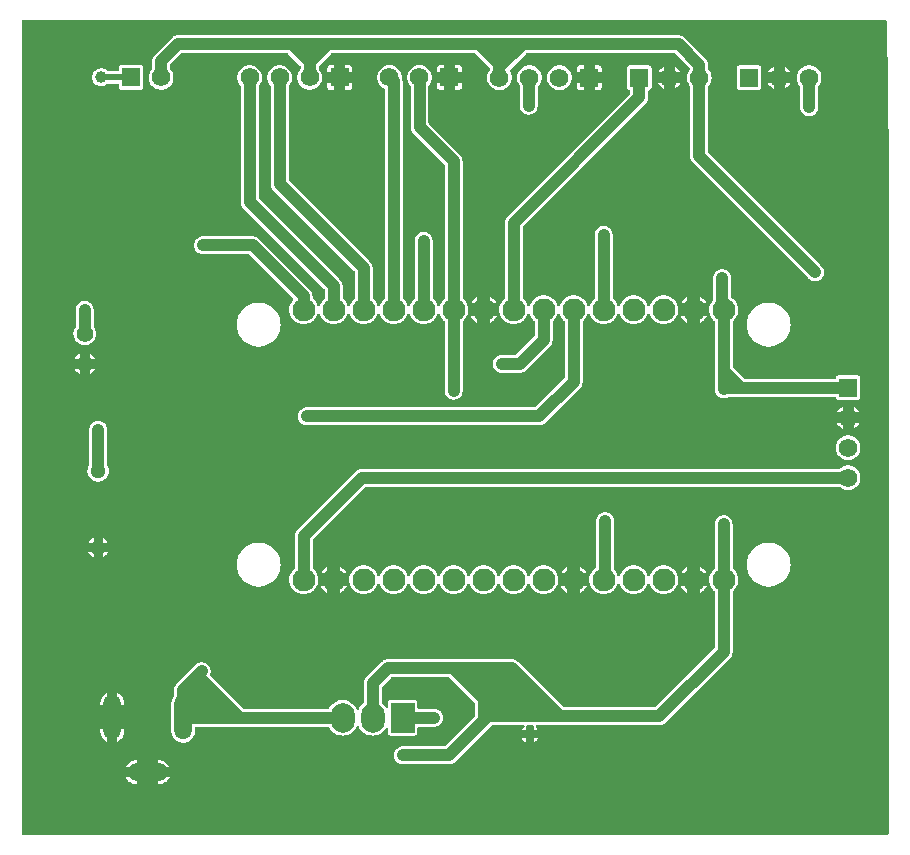
<source format=gbl>
G04 Layer: BottomLayer*
G04 EasyEDA v6.5.23, 2023-06-23 22:07:44*
G04 588d00b09ced4095aabd395724b38ff5,e63460ceaba84a3bb957dccbc2ed3a87,10*
G04 Gerber Generator version 0.2*
G04 Scale: 100 percent, Rotated: No, Reflected: No *
G04 Dimensions in millimeters *
G04 leading zeros omitted , absolute positions ,4 integer and 5 decimal *
%FSLAX45Y45*%
%MOMM*%

%AMMACRO1*21,1,$1,$2,0,0,$3*%
%ADD10C,1.0000*%
%ADD11C,0.5000*%
%ADD12O,3.3999932X1.499997*%
%ADD13O,1.499997X3.7999924*%
%ADD14R,1.5748X1.5748*%
%ADD15C,1.5748*%
%ADD16C,1.4000*%
%ADD17C,1.3005*%
%ADD18C,1.9304*%
%ADD19O,1.9999959999999999X2.4999949999999997*%
%ADD20MACRO1,2.0015X2.4994X0.0000*%
%ADD21C,0.0111*%

%LPD*%
G36*
X429768Y4026408D02*
G01*
X425856Y4027170D01*
X422605Y4029405D01*
X420370Y4032656D01*
X419608Y4036568D01*
X419608Y10911332D01*
X420370Y10915243D01*
X422605Y10918494D01*
X425856Y10920730D01*
X429768Y10921492D01*
X7736687Y10921492D01*
X7740548Y10920730D01*
X7743850Y10918545D01*
X7746034Y10915294D01*
X7746847Y10911433D01*
X7759192Y9702596D01*
X7759192Y4036568D01*
X7758430Y4032656D01*
X7756194Y4029405D01*
X7752943Y4027170D01*
X7749031Y4026408D01*
G37*

%LPC*%
G36*
X1391259Y4454601D02*
G01*
X1394561Y4454601D01*
X1394561Y4511649D01*
X1300276Y4511649D01*
X1303528Y4505045D01*
X1310894Y4494072D01*
X1319580Y4484166D01*
X1329486Y4475429D01*
X1340459Y4468114D01*
X1352296Y4462272D01*
X1364792Y4458055D01*
X1377746Y4455464D01*
G37*
G36*
X1577289Y4454601D02*
G01*
X1580591Y4454601D01*
X1594104Y4455464D01*
X1607007Y4458055D01*
X1619504Y4462272D01*
X1631340Y4468114D01*
X1642313Y4475429D01*
X1652270Y4484166D01*
X1660956Y4494072D01*
X1668272Y4505045D01*
X1671523Y4511649D01*
X1577289Y4511649D01*
G37*
G36*
X1577289Y4599330D02*
G01*
X1671523Y4599330D01*
X1668272Y4605934D01*
X1660956Y4616907D01*
X1652270Y4626813D01*
X1642313Y4635550D01*
X1631340Y4642866D01*
X1619504Y4648708D01*
X1607007Y4652924D01*
X1594104Y4655515D01*
X1580591Y4656378D01*
X1577289Y4656378D01*
G37*
G36*
X1300276Y4599330D02*
G01*
X1394561Y4599330D01*
X1394561Y4656378D01*
X1391259Y4656378D01*
X1377746Y4655515D01*
X1364792Y4652924D01*
X1352296Y4648708D01*
X1340459Y4642866D01*
X1329486Y4635550D01*
X1319580Y4626813D01*
X1310894Y4616907D01*
X1303528Y4605934D01*
G37*
G36*
X3645204Y4623104D02*
G01*
X4041241Y4623155D01*
X4050080Y4623968D01*
X4052519Y4624374D01*
X4061155Y4626508D01*
X4063492Y4627270D01*
X4071721Y4630674D01*
X4073906Y4631791D01*
X4081526Y4636414D01*
X4090365Y4643475D01*
X4396130Y4949190D01*
X4399432Y4951374D01*
X4403293Y4952136D01*
X4666945Y4952136D01*
X4670806Y4951374D01*
X4674057Y4949240D01*
X4676292Y4945989D01*
X4677105Y4942128D01*
X4676394Y4938268D01*
X4674260Y4934966D01*
X4665878Y4926228D01*
X4659172Y4916728D01*
X4655515Y4909312D01*
X4693056Y4909312D01*
X4693056Y4941976D01*
X4693818Y4945888D01*
X4696002Y4949190D01*
X4699304Y4951374D01*
X4703216Y4952136D01*
X4745583Y4952034D01*
X4749495Y4951272D01*
X4752797Y4949037D01*
X4754981Y4945735D01*
X4755743Y4941874D01*
X4755743Y4909312D01*
X4793335Y4909312D01*
X4792421Y4911598D01*
X4786477Y4921605D01*
X4779060Y4930546D01*
X4774895Y4934254D01*
X4772456Y4937506D01*
X4771491Y4941468D01*
X4772152Y4945481D01*
X4774336Y4948885D01*
X4777689Y4951222D01*
X4781651Y4952034D01*
X5818276Y4952085D01*
X5827064Y4952898D01*
X5829503Y4953304D01*
X5838139Y4955438D01*
X5848705Y4959604D01*
X5850890Y4960721D01*
X5860542Y4966766D01*
X5867349Y4972405D01*
X6418224Y5523534D01*
X6423914Y5530392D01*
X6429908Y5539994D01*
X6431026Y5542178D01*
X6434429Y5550408D01*
X6435191Y5552744D01*
X6437325Y5561380D01*
X6437731Y5563819D01*
X6438544Y5572658D01*
X6438595Y6084265D01*
X6439458Y6088380D01*
X6441948Y6091783D01*
X6450584Y6099708D01*
X6460388Y6111138D01*
X6468719Y6123686D01*
X6475425Y6137198D01*
X6480454Y6151422D01*
X6483654Y6166104D01*
X6485026Y6181140D01*
X6484569Y6196177D01*
X6482283Y6211062D01*
X6478168Y6225590D01*
X6472275Y6239459D01*
X6464757Y6252514D01*
X6455664Y6264554D01*
X6445148Y6275374D01*
X6442405Y6277610D01*
X6439611Y6281115D01*
X6438595Y6285484D01*
X6438595Y6654444D01*
X6437731Y6666128D01*
X6435191Y6677152D01*
X6431076Y6687718D01*
X6425438Y6697522D01*
X6417360Y6707428D01*
X6408674Y6715150D01*
X6398971Y6721449D01*
X6388252Y6726224D01*
X6379362Y6728866D01*
X6368186Y6730492D01*
X6365798Y6730644D01*
X6356858Y6730492D01*
X6354165Y6730238D01*
X6345631Y6728764D01*
X6342735Y6728053D01*
X6334810Y6725412D01*
X6331762Y6724142D01*
X6324650Y6720484D01*
X6321552Y6718553D01*
X6315303Y6714083D01*
X6312255Y6711543D01*
X6306972Y6706362D01*
X6304178Y6703161D01*
X6299962Y6697472D01*
X6297472Y6693662D01*
X6294272Y6687667D01*
X6292342Y6683197D01*
X6290157Y6677152D01*
X6288786Y6672122D01*
X6287668Y6666077D01*
X6287008Y6660642D01*
X6286804Y6654596D01*
X6286804Y6285484D01*
X6285788Y6281115D01*
X6282994Y6277610D01*
X6280251Y6275374D01*
X6269736Y6264554D01*
X6260642Y6252514D01*
X6253124Y6239459D01*
X6247231Y6225590D01*
X6243116Y6211062D01*
X6240830Y6196177D01*
X6240373Y6181140D01*
X6241745Y6166104D01*
X6244945Y6151422D01*
X6249974Y6137198D01*
X6256680Y6123686D01*
X6265011Y6111138D01*
X6274816Y6099708D01*
X6283452Y6091783D01*
X6285941Y6088380D01*
X6286804Y6084265D01*
X6286804Y5610961D01*
X6286042Y5607050D01*
X6283807Y5603748D01*
X5787085Y5106822D01*
X5783834Y5104587D01*
X5779922Y5103825D01*
X5015331Y5103825D01*
X5011420Y5104587D01*
X5008118Y5106822D01*
X4623765Y5491124D01*
X4614926Y5498185D01*
X4607306Y5502808D01*
X4605121Y5503926D01*
X4596892Y5507329D01*
X4594555Y5508091D01*
X4585919Y5510225D01*
X4583480Y5510631D01*
X4574641Y5511444D01*
X3515258Y5511444D01*
X3506419Y5510631D01*
X3503980Y5510225D01*
X3495344Y5508091D01*
X3493008Y5507329D01*
X3484778Y5503926D01*
X3482594Y5502808D01*
X3474974Y5498185D01*
X3466134Y5491124D01*
X3335375Y5360365D01*
X3328314Y5351526D01*
X3323691Y5343906D01*
X3322574Y5341721D01*
X3319170Y5333492D01*
X3318408Y5331155D01*
X3316274Y5322519D01*
X3315868Y5320080D01*
X3315055Y5311241D01*
X3315004Y5146598D01*
X3314547Y5143601D01*
X3313176Y5140858D01*
X3311093Y5138623D01*
X3307435Y5135727D01*
X3296665Y5125008D01*
X3287318Y5113020D01*
X3279444Y5100015D01*
X3273145Y5086096D01*
X3270961Y5082946D01*
X3267710Y5080812D01*
X3263900Y5080101D01*
X3260090Y5080812D01*
X3256838Y5082946D01*
X3254654Y5086096D01*
X3248355Y5100015D01*
X3240481Y5113020D01*
X3231134Y5125008D01*
X3220364Y5135727D01*
X3208426Y5145125D01*
X3195421Y5152999D01*
X3181553Y5159197D01*
X3167024Y5163718D01*
X3152089Y5166461D01*
X3136900Y5167376D01*
X3121710Y5166461D01*
X3106775Y5163718D01*
X3092246Y5159197D01*
X3078378Y5152999D01*
X3065373Y5145125D01*
X3053435Y5135727D01*
X3042666Y5125008D01*
X3033318Y5113020D01*
X3025444Y5100015D01*
X3024682Y5098389D01*
X3022498Y5095240D01*
X3019247Y5093157D01*
X3015437Y5092395D01*
X2301748Y5092395D01*
X2297836Y5093157D01*
X2294534Y5095392D01*
X2016607Y5373319D01*
X2014474Y5376468D01*
X2013661Y5380177D01*
X2014270Y5383987D01*
X2015439Y5387187D01*
X2017725Y5396280D01*
X2018944Y5407558D01*
X2018995Y5409996D01*
X2018487Y5418886D01*
X2018131Y5421630D01*
X2016353Y5430012D01*
X2015489Y5432958D01*
X2012594Y5440680D01*
X2011172Y5443778D01*
X2007311Y5450687D01*
X2005228Y5453786D01*
X2000554Y5459780D01*
X1997862Y5462778D01*
X1992528Y5467807D01*
X1989175Y5470499D01*
X1983435Y5474512D01*
X1979422Y5476849D01*
X1973427Y5479796D01*
X1968804Y5481624D01*
X1962708Y5483504D01*
X1957578Y5484723D01*
X1951583Y5485638D01*
X1945995Y5486044D01*
X1940255Y5486044D01*
X1934362Y5485587D01*
X1929028Y5484774D01*
X1922932Y5483402D01*
X1918055Y5481878D01*
X1912010Y5479440D01*
X1907692Y5477357D01*
X1901799Y5473852D01*
X1898091Y5471312D01*
X1892554Y5466791D01*
X1889302Y5463794D01*
X1730400Y5304790D01*
X1723339Y5295950D01*
X1718716Y5288330D01*
X1717598Y5286146D01*
X1714195Y5277916D01*
X1713433Y5275580D01*
X1711299Y5266944D01*
X1710893Y5264505D01*
X1710080Y5255666D01*
X1710029Y5205272D01*
X1709369Y5201666D01*
X1707489Y5198567D01*
X1705965Y5196840D01*
X1698650Y5185867D01*
X1692808Y5174030D01*
X1688541Y5161534D01*
X1686001Y5148580D01*
X1685086Y5135067D01*
X1685086Y4905756D01*
X1686001Y4892243D01*
X1688541Y4879289D01*
X1692808Y4866792D01*
X1698650Y4854956D01*
X1705965Y4843983D01*
X1714652Y4834077D01*
X1724609Y4825390D01*
X1735582Y4818024D01*
X1747418Y4812182D01*
X1759915Y4807966D01*
X1772818Y4805375D01*
X1786026Y4804511D01*
X1799183Y4805375D01*
X1812137Y4807966D01*
X1824634Y4812182D01*
X1836470Y4818024D01*
X1847443Y4825390D01*
X1857349Y4834077D01*
X1866036Y4843983D01*
X1873351Y4854956D01*
X1879193Y4866792D01*
X1883460Y4879289D01*
X1886051Y4892243D01*
X1886915Y4905756D01*
X1886915Y4930444D01*
X1887677Y4934305D01*
X1889912Y4937607D01*
X1893163Y4939842D01*
X1897075Y4940604D01*
X3015437Y4940604D01*
X3019247Y4939842D01*
X3022498Y4937760D01*
X3033318Y4919980D01*
X3042666Y4908042D01*
X3053435Y4897272D01*
X3065373Y4887925D01*
X3078378Y4880051D01*
X3092246Y4873802D01*
X3106775Y4869281D01*
X3121710Y4866538D01*
X3136900Y4865624D01*
X3152089Y4866538D01*
X3167024Y4869281D01*
X3181553Y4873802D01*
X3195421Y4880051D01*
X3208426Y4887925D01*
X3220364Y4897272D01*
X3231134Y4908042D01*
X3240481Y4919980D01*
X3248355Y4932984D01*
X3254654Y4946904D01*
X3256838Y4950104D01*
X3260090Y4952187D01*
X3263900Y4952898D01*
X3267710Y4952187D01*
X3270961Y4950104D01*
X3273145Y4946904D01*
X3279444Y4932984D01*
X3287318Y4919980D01*
X3296665Y4908042D01*
X3307435Y4897272D01*
X3319373Y4887925D01*
X3332378Y4880051D01*
X3346246Y4873802D01*
X3360775Y4869281D01*
X3375710Y4866538D01*
X3390900Y4865624D01*
X3406089Y4866538D01*
X3421024Y4869281D01*
X3435553Y4873802D01*
X3449421Y4880051D01*
X3462426Y4887925D01*
X3474364Y4897272D01*
X3485134Y4908042D01*
X3494481Y4919980D01*
X3500120Y4929327D01*
X3503168Y4932476D01*
X3507181Y4934102D01*
X3511550Y4933848D01*
X3515410Y4931816D01*
X3518052Y4928311D01*
X3518966Y4924044D01*
X3518966Y4892090D01*
X3519728Y4885740D01*
X3521608Y4880305D01*
X3524707Y4875377D01*
X3528771Y4871313D01*
X3533698Y4868214D01*
X3539134Y4866284D01*
X3545484Y4865573D01*
X3744315Y4865573D01*
X3750665Y4866284D01*
X3756101Y4868214D01*
X3761028Y4871313D01*
X3765092Y4875377D01*
X3768191Y4880305D01*
X3770071Y4885740D01*
X3770833Y4892090D01*
X3770833Y4930444D01*
X3771595Y4934305D01*
X3773779Y4937607D01*
X3777081Y4939842D01*
X3780993Y4940604D01*
X3914343Y4940655D01*
X3923080Y4941468D01*
X3925874Y4941976D01*
X3934104Y4944008D01*
X3937101Y4945024D01*
X3944670Y4948174D01*
X3947769Y4949748D01*
X3954475Y4953863D01*
X3957523Y4956048D01*
X3963314Y4960924D01*
X3966210Y4963820D01*
X3970985Y4969256D01*
X3973626Y4972761D01*
X3977386Y4978603D01*
X3979570Y4982768D01*
X3982262Y4988814D01*
X3983939Y4993538D01*
X3985615Y4999634D01*
X3986631Y5004917D01*
X3987292Y5010861D01*
X3987495Y5016500D01*
X3987292Y5022138D01*
X3986631Y5028082D01*
X3985615Y5033365D01*
X3983939Y5039410D01*
X3982262Y5044186D01*
X3979570Y5050231D01*
X3977386Y5054396D01*
X3973626Y5060238D01*
X3970985Y5063744D01*
X3966210Y5069179D01*
X3963314Y5072075D01*
X3957523Y5076952D01*
X3954475Y5079136D01*
X3947769Y5083251D01*
X3944670Y5084826D01*
X3937101Y5087975D01*
X3934104Y5088991D01*
X3925874Y5091023D01*
X3923080Y5091531D01*
X3914343Y5092344D01*
X3780993Y5092395D01*
X3777081Y5093157D01*
X3773779Y5095392D01*
X3771595Y5098694D01*
X3770833Y5102555D01*
X3770833Y5140909D01*
X3770071Y5147259D01*
X3768191Y5152694D01*
X3765092Y5157622D01*
X3761028Y5161686D01*
X3756101Y5164785D01*
X3750665Y5166715D01*
X3744315Y5167426D01*
X3545484Y5167426D01*
X3539134Y5166715D01*
X3533698Y5164785D01*
X3528771Y5161686D01*
X3524707Y5157622D01*
X3521608Y5152694D01*
X3519728Y5147259D01*
X3518966Y5140909D01*
X3518966Y5108956D01*
X3518052Y5104688D01*
X3515410Y5101234D01*
X3511550Y5099151D01*
X3507181Y5098948D01*
X3503168Y5100523D01*
X3500120Y5103723D01*
X3494481Y5113020D01*
X3485134Y5125008D01*
X3474364Y5135727D01*
X3470706Y5138623D01*
X3468624Y5140858D01*
X3467252Y5143601D01*
X3466795Y5146598D01*
X3466795Y5272938D01*
X3467557Y5276850D01*
X3469792Y5280152D01*
X3546348Y5356707D01*
X3549650Y5358942D01*
X3553561Y5359704D01*
X4034434Y5359704D01*
X4038295Y5358942D01*
X4041597Y5356707D01*
X4250994Y5147310D01*
X4253230Y5144008D01*
X4253992Y5140096D01*
X4253992Y5025948D01*
X4253230Y5022037D01*
X4250994Y5018786D01*
X4010151Y4777892D01*
X4006850Y4775657D01*
X4002938Y4774895D01*
X3645204Y4774895D01*
X3636010Y4774387D01*
X3633876Y4774082D01*
X3622548Y4771491D01*
X3611981Y4767376D01*
X3602177Y4761687D01*
X3593236Y4754575D01*
X3586378Y4747310D01*
X3579672Y4737760D01*
X3574542Y4727346D01*
X3571036Y4716272D01*
X3569258Y4704791D01*
X3569208Y4693310D01*
X3570935Y4682134D01*
X3574287Y4671263D01*
X3579164Y4661103D01*
X3586378Y4650689D01*
X3594404Y4642358D01*
X3603650Y4635296D01*
X3613912Y4629708D01*
X3624579Y4625848D01*
X3633774Y4623917D01*
X3636010Y4623612D01*
G37*
G36*
X4693056Y4808880D02*
G01*
X4693056Y4846574D01*
X4655515Y4846574D01*
X4659172Y4839157D01*
X4665878Y4829657D01*
X4673904Y4821275D01*
X4683150Y4814265D01*
G37*
G36*
X4755743Y4809083D02*
G01*
X4760671Y4811268D01*
X4770374Y4817567D01*
X4779060Y4825339D01*
X4786477Y4834280D01*
X4792421Y4844288D01*
X4793335Y4846574D01*
X4755743Y4846574D01*
G37*
G36*
X1142085Y4814773D02*
G01*
X1142085Y4919065D01*
X1085037Y4919065D01*
X1085037Y4905756D01*
X1085900Y4892243D01*
X1088491Y4879289D01*
X1092758Y4866792D01*
X1098550Y4854956D01*
X1105916Y4843983D01*
X1114602Y4834077D01*
X1124508Y4825390D01*
X1135481Y4818024D01*
G37*
G36*
X1229817Y4814773D02*
G01*
X1236370Y4818024D01*
X1247343Y4825390D01*
X1257300Y4834077D01*
X1265986Y4843983D01*
X1273302Y4854956D01*
X1279144Y4866792D01*
X1283411Y4879289D01*
X1285951Y4892243D01*
X1286865Y4905756D01*
X1286865Y4919065D01*
X1229817Y4919065D01*
G37*
G36*
X1085037Y5121757D02*
G01*
X1142085Y5121757D01*
X1142085Y5226050D01*
X1135481Y5222798D01*
X1124508Y5215432D01*
X1114602Y5206746D01*
X1105916Y5196840D01*
X1098550Y5185867D01*
X1092758Y5174030D01*
X1088491Y5161534D01*
X1085900Y5148580D01*
X1085037Y5135067D01*
G37*
G36*
X1229817Y5121757D02*
G01*
X1286865Y5121757D01*
X1286865Y5135067D01*
X1285951Y5148580D01*
X1283411Y5161534D01*
X1279144Y5174030D01*
X1273302Y5185867D01*
X1265986Y5196840D01*
X1257300Y5206746D01*
X1247343Y5215432D01*
X1236370Y5222798D01*
X1229817Y5226050D01*
G37*
G36*
X3307181Y6062726D02*
G01*
X3322218Y6062726D01*
X3337204Y6064554D01*
X3351784Y6068263D01*
X3365855Y6073698D01*
X3379165Y6080810D01*
X3391458Y6089548D01*
X3402584Y6099708D01*
X3412388Y6111138D01*
X3420719Y6123686D01*
X3427425Y6137198D01*
X3432098Y6150508D01*
X3434283Y6154064D01*
X3437636Y6156452D01*
X3441700Y6157264D01*
X3445764Y6156452D01*
X3449116Y6154064D01*
X3451301Y6150508D01*
X3455974Y6137198D01*
X3462680Y6123686D01*
X3471011Y6111138D01*
X3480815Y6099708D01*
X3491941Y6089548D01*
X3504234Y6080810D01*
X3517544Y6073698D01*
X3531615Y6068263D01*
X3546195Y6064554D01*
X3561181Y6062726D01*
X3576218Y6062726D01*
X3591204Y6064554D01*
X3605784Y6068263D01*
X3619855Y6073698D01*
X3633165Y6080810D01*
X3645458Y6089548D01*
X3656584Y6099708D01*
X3666388Y6111138D01*
X3674719Y6123686D01*
X3681425Y6137198D01*
X3686098Y6150508D01*
X3688283Y6154064D01*
X3691636Y6156452D01*
X3695700Y6157264D01*
X3699764Y6156452D01*
X3703116Y6154064D01*
X3705301Y6150508D01*
X3709974Y6137198D01*
X3716680Y6123686D01*
X3725011Y6111138D01*
X3734815Y6099708D01*
X3745941Y6089548D01*
X3758234Y6080810D01*
X3771544Y6073698D01*
X3785615Y6068263D01*
X3800195Y6064554D01*
X3815181Y6062726D01*
X3830218Y6062726D01*
X3845204Y6064554D01*
X3859784Y6068263D01*
X3873855Y6073698D01*
X3887165Y6080810D01*
X3899458Y6089548D01*
X3910584Y6099708D01*
X3920388Y6111138D01*
X3928719Y6123686D01*
X3935425Y6137198D01*
X3940098Y6150508D01*
X3942283Y6154064D01*
X3945636Y6156452D01*
X3949700Y6157264D01*
X3953764Y6156452D01*
X3957116Y6154064D01*
X3959301Y6150508D01*
X3963974Y6137198D01*
X3970680Y6123686D01*
X3979011Y6111138D01*
X3988815Y6099708D01*
X3999941Y6089548D01*
X4012234Y6080810D01*
X4025544Y6073698D01*
X4039615Y6068263D01*
X4054195Y6064554D01*
X4069181Y6062726D01*
X4084218Y6062726D01*
X4099204Y6064554D01*
X4113784Y6068263D01*
X4127855Y6073698D01*
X4141165Y6080810D01*
X4153458Y6089548D01*
X4164584Y6099708D01*
X4174388Y6111138D01*
X4182719Y6123686D01*
X4189425Y6137198D01*
X4194098Y6150508D01*
X4196283Y6154064D01*
X4199636Y6156452D01*
X4203700Y6157264D01*
X4207764Y6156452D01*
X4211116Y6154064D01*
X4213301Y6150508D01*
X4217974Y6137198D01*
X4224680Y6123686D01*
X4233011Y6111138D01*
X4242816Y6099708D01*
X4253941Y6089548D01*
X4266234Y6080810D01*
X4279544Y6073698D01*
X4293616Y6068263D01*
X4308195Y6064554D01*
X4323181Y6062726D01*
X4338218Y6062726D01*
X4353204Y6064554D01*
X4367784Y6068263D01*
X4381855Y6073698D01*
X4395165Y6080810D01*
X4407458Y6089548D01*
X4418584Y6099708D01*
X4428388Y6111138D01*
X4436719Y6123686D01*
X4443425Y6137198D01*
X4448098Y6150508D01*
X4450283Y6154064D01*
X4453636Y6156452D01*
X4457700Y6157264D01*
X4461764Y6156452D01*
X4465116Y6154064D01*
X4467301Y6150508D01*
X4471974Y6137198D01*
X4478680Y6123686D01*
X4487011Y6111138D01*
X4496816Y6099708D01*
X4507941Y6089548D01*
X4520285Y6080810D01*
X4533544Y6073698D01*
X4547616Y6068263D01*
X4562195Y6064554D01*
X4577181Y6062726D01*
X4592218Y6062726D01*
X4607204Y6064554D01*
X4621784Y6068263D01*
X4635855Y6073698D01*
X4649165Y6080810D01*
X4661458Y6089548D01*
X4672584Y6099708D01*
X4682388Y6111138D01*
X4690719Y6123686D01*
X4697425Y6137198D01*
X4702098Y6150508D01*
X4704283Y6154064D01*
X4707636Y6156452D01*
X4711700Y6157264D01*
X4715764Y6156452D01*
X4719116Y6154064D01*
X4721301Y6150508D01*
X4725974Y6137198D01*
X4732680Y6123686D01*
X4741011Y6111138D01*
X4750816Y6099708D01*
X4761941Y6089548D01*
X4774285Y6080810D01*
X4787544Y6073698D01*
X4801616Y6068263D01*
X4816195Y6064554D01*
X4831181Y6062726D01*
X4846218Y6062726D01*
X4861204Y6064554D01*
X4875784Y6068263D01*
X4889855Y6073698D01*
X4903165Y6080810D01*
X4915458Y6089548D01*
X4926584Y6099708D01*
X4936388Y6111138D01*
X4944719Y6123686D01*
X4951425Y6137198D01*
X4956454Y6151422D01*
X4959654Y6166104D01*
X4961026Y6181140D01*
X4960569Y6196177D01*
X4958283Y6211062D01*
X4954168Y6225590D01*
X4948275Y6239459D01*
X4940757Y6252514D01*
X4931664Y6264554D01*
X4921148Y6275374D01*
X4909413Y6284823D01*
X4896612Y6292748D01*
X4882896Y6299047D01*
X4868570Y6303619D01*
X4853736Y6306362D01*
X4838700Y6307328D01*
X4823663Y6306362D01*
X4808829Y6303619D01*
X4794504Y6299047D01*
X4780788Y6292748D01*
X4767986Y6284823D01*
X4756251Y6275374D01*
X4745736Y6264554D01*
X4736642Y6252514D01*
X4729124Y6239459D01*
X4723231Y6225590D01*
X4721453Y6219342D01*
X4719421Y6215481D01*
X4715967Y6212890D01*
X4711700Y6211976D01*
X4707432Y6212890D01*
X4703978Y6215481D01*
X4701946Y6219342D01*
X4700168Y6225590D01*
X4694275Y6239459D01*
X4686757Y6252514D01*
X4677664Y6264554D01*
X4667148Y6275374D01*
X4655413Y6284823D01*
X4642612Y6292748D01*
X4628896Y6299047D01*
X4614570Y6303619D01*
X4599736Y6306362D01*
X4584700Y6307328D01*
X4569663Y6306362D01*
X4554829Y6303619D01*
X4540504Y6299047D01*
X4526788Y6292748D01*
X4513986Y6284823D01*
X4502251Y6275374D01*
X4491736Y6264554D01*
X4482642Y6252514D01*
X4475124Y6239459D01*
X4469231Y6225590D01*
X4467453Y6219342D01*
X4465421Y6215481D01*
X4461967Y6212890D01*
X4457700Y6211976D01*
X4453432Y6212890D01*
X4449978Y6215481D01*
X4447946Y6219342D01*
X4446168Y6225590D01*
X4440275Y6239459D01*
X4432757Y6252514D01*
X4423664Y6264554D01*
X4413148Y6275374D01*
X4401413Y6284823D01*
X4388612Y6292748D01*
X4374896Y6299047D01*
X4360570Y6303619D01*
X4345736Y6306362D01*
X4330700Y6307328D01*
X4315663Y6306362D01*
X4300829Y6303619D01*
X4286504Y6299047D01*
X4272788Y6292748D01*
X4259986Y6284823D01*
X4248251Y6275374D01*
X4237736Y6264554D01*
X4228642Y6252514D01*
X4221124Y6239459D01*
X4215231Y6225590D01*
X4213453Y6219342D01*
X4211421Y6215481D01*
X4207967Y6212890D01*
X4203700Y6211976D01*
X4199432Y6212890D01*
X4195978Y6215481D01*
X4193946Y6219342D01*
X4192168Y6225590D01*
X4186275Y6239459D01*
X4178757Y6252514D01*
X4169664Y6264554D01*
X4159148Y6275374D01*
X4147413Y6284823D01*
X4134612Y6292748D01*
X4120896Y6299047D01*
X4106570Y6303619D01*
X4091736Y6306362D01*
X4076700Y6307328D01*
X4061663Y6306362D01*
X4046829Y6303619D01*
X4032504Y6299047D01*
X4018787Y6292748D01*
X4005986Y6284823D01*
X3994251Y6275374D01*
X3983736Y6264554D01*
X3974642Y6252514D01*
X3967124Y6239459D01*
X3961231Y6225590D01*
X3959453Y6219342D01*
X3957421Y6215481D01*
X3953967Y6212890D01*
X3949700Y6211976D01*
X3945432Y6212890D01*
X3941978Y6215481D01*
X3939946Y6219342D01*
X3938168Y6225590D01*
X3932275Y6239459D01*
X3924757Y6252514D01*
X3915664Y6264554D01*
X3905148Y6275374D01*
X3893413Y6284823D01*
X3880612Y6292748D01*
X3866896Y6299047D01*
X3852570Y6303619D01*
X3837736Y6306362D01*
X3822700Y6307328D01*
X3807663Y6306362D01*
X3792829Y6303619D01*
X3778504Y6299047D01*
X3764787Y6292748D01*
X3751986Y6284823D01*
X3740251Y6275374D01*
X3729736Y6264554D01*
X3720642Y6252514D01*
X3713124Y6239459D01*
X3707231Y6225590D01*
X3705453Y6219342D01*
X3703421Y6215481D01*
X3699967Y6212890D01*
X3695700Y6211976D01*
X3691432Y6212890D01*
X3687978Y6215481D01*
X3685946Y6219342D01*
X3684168Y6225590D01*
X3678275Y6239459D01*
X3670757Y6252514D01*
X3661664Y6264554D01*
X3651148Y6275374D01*
X3639413Y6284823D01*
X3626612Y6292748D01*
X3612896Y6299047D01*
X3598570Y6303619D01*
X3583736Y6306362D01*
X3568700Y6307328D01*
X3553663Y6306362D01*
X3538829Y6303619D01*
X3524504Y6299047D01*
X3510787Y6292748D01*
X3497986Y6284823D01*
X3486251Y6275374D01*
X3475736Y6264554D01*
X3466642Y6252514D01*
X3459124Y6239459D01*
X3453231Y6225590D01*
X3451453Y6219342D01*
X3449421Y6215481D01*
X3445967Y6212890D01*
X3441700Y6211976D01*
X3437432Y6212890D01*
X3433978Y6215481D01*
X3431946Y6219342D01*
X3430168Y6225590D01*
X3424275Y6239459D01*
X3416757Y6252514D01*
X3407664Y6264554D01*
X3397148Y6275374D01*
X3385413Y6284823D01*
X3372612Y6292748D01*
X3358896Y6299047D01*
X3344570Y6303619D01*
X3329736Y6306362D01*
X3314700Y6307328D01*
X3299663Y6306362D01*
X3284829Y6303619D01*
X3270503Y6299047D01*
X3256788Y6292748D01*
X3243986Y6284823D01*
X3232251Y6275374D01*
X3221736Y6264554D01*
X3212642Y6252514D01*
X3205124Y6239459D01*
X3199231Y6225590D01*
X3195116Y6211062D01*
X3192830Y6196177D01*
X3192373Y6181140D01*
X3193745Y6166104D01*
X3196945Y6151422D01*
X3201974Y6137198D01*
X3208680Y6123686D01*
X3217011Y6111138D01*
X3226816Y6099708D01*
X3237941Y6089548D01*
X3250234Y6080810D01*
X3263544Y6073698D01*
X3277615Y6068263D01*
X3292195Y6064554D01*
G37*
G36*
X5339181Y6062726D02*
G01*
X5354218Y6062726D01*
X5369204Y6064554D01*
X5383784Y6068263D01*
X5397855Y6073698D01*
X5411165Y6080810D01*
X5423458Y6089548D01*
X5434584Y6099708D01*
X5444388Y6111138D01*
X5452719Y6123686D01*
X5459425Y6137198D01*
X5464098Y6150508D01*
X5466283Y6154064D01*
X5469636Y6156452D01*
X5473700Y6157264D01*
X5477764Y6156452D01*
X5481116Y6154064D01*
X5483301Y6150508D01*
X5487974Y6137198D01*
X5494680Y6123686D01*
X5503011Y6111138D01*
X5512816Y6099708D01*
X5523941Y6089548D01*
X5536285Y6080810D01*
X5549544Y6073698D01*
X5563616Y6068263D01*
X5578195Y6064554D01*
X5593181Y6062726D01*
X5608218Y6062726D01*
X5623204Y6064554D01*
X5637784Y6068263D01*
X5651855Y6073698D01*
X5665165Y6080810D01*
X5677458Y6089548D01*
X5688584Y6099708D01*
X5698388Y6111138D01*
X5706719Y6123686D01*
X5713425Y6137198D01*
X5718098Y6150508D01*
X5720283Y6154064D01*
X5723636Y6156452D01*
X5727700Y6157264D01*
X5731764Y6156452D01*
X5735116Y6154064D01*
X5737301Y6150508D01*
X5741974Y6137198D01*
X5748680Y6123686D01*
X5757011Y6111138D01*
X5766816Y6099708D01*
X5777941Y6089548D01*
X5790285Y6080810D01*
X5803544Y6073698D01*
X5817616Y6068263D01*
X5832195Y6064554D01*
X5847181Y6062726D01*
X5862218Y6062726D01*
X5877204Y6064554D01*
X5891784Y6068263D01*
X5905855Y6073698D01*
X5919165Y6080810D01*
X5931458Y6089548D01*
X5942584Y6099708D01*
X5952388Y6111138D01*
X5960719Y6123686D01*
X5967425Y6137198D01*
X5972454Y6151422D01*
X5975654Y6166104D01*
X5977026Y6181140D01*
X5976569Y6196177D01*
X5974283Y6211062D01*
X5970168Y6225590D01*
X5964275Y6239459D01*
X5956757Y6252514D01*
X5947664Y6264554D01*
X5937148Y6275374D01*
X5925413Y6284823D01*
X5912612Y6292748D01*
X5898896Y6299047D01*
X5884570Y6303619D01*
X5869736Y6306362D01*
X5854700Y6307328D01*
X5839663Y6306362D01*
X5824829Y6303619D01*
X5810504Y6299047D01*
X5796788Y6292748D01*
X5783986Y6284823D01*
X5772251Y6275374D01*
X5761736Y6264554D01*
X5752642Y6252514D01*
X5745124Y6239459D01*
X5739231Y6225590D01*
X5737453Y6219342D01*
X5735421Y6215481D01*
X5731967Y6212890D01*
X5727700Y6211976D01*
X5723432Y6212890D01*
X5719978Y6215481D01*
X5717946Y6219342D01*
X5716168Y6225590D01*
X5710275Y6239459D01*
X5702757Y6252514D01*
X5693664Y6264554D01*
X5683148Y6275374D01*
X5671413Y6284823D01*
X5658612Y6292748D01*
X5644896Y6299047D01*
X5630570Y6303619D01*
X5615736Y6306362D01*
X5600700Y6307328D01*
X5585663Y6306362D01*
X5570829Y6303619D01*
X5556504Y6299047D01*
X5542788Y6292748D01*
X5529986Y6284823D01*
X5518251Y6275374D01*
X5507736Y6264554D01*
X5498642Y6252514D01*
X5491124Y6239459D01*
X5485231Y6225590D01*
X5483453Y6219342D01*
X5481421Y6215481D01*
X5477967Y6212890D01*
X5473700Y6211976D01*
X5469432Y6212890D01*
X5465978Y6215481D01*
X5463946Y6219342D01*
X5462168Y6225590D01*
X5456275Y6239459D01*
X5448757Y6252514D01*
X5439664Y6264554D01*
X5438190Y6266078D01*
X5436057Y6269329D01*
X5435295Y6273139D01*
X5435295Y6679844D01*
X5434431Y6691528D01*
X5431891Y6702552D01*
X5427776Y6713118D01*
X5422138Y6722922D01*
X5414060Y6732828D01*
X5405374Y6740550D01*
X5395671Y6746849D01*
X5384952Y6751624D01*
X5376062Y6754266D01*
X5364886Y6755892D01*
X5362498Y6756044D01*
X5353558Y6755892D01*
X5350865Y6755638D01*
X5342331Y6754164D01*
X5339435Y6753453D01*
X5331510Y6750812D01*
X5328462Y6749542D01*
X5321350Y6745884D01*
X5318252Y6743953D01*
X5312003Y6739483D01*
X5308955Y6736943D01*
X5303672Y6731762D01*
X5300878Y6728561D01*
X5296662Y6722872D01*
X5294172Y6719062D01*
X5290972Y6713067D01*
X5289042Y6708597D01*
X5286857Y6702552D01*
X5285486Y6697522D01*
X5284368Y6691477D01*
X5283708Y6686042D01*
X5283504Y6679996D01*
X5283504Y6295136D01*
X5282895Y6291732D01*
X5281269Y6288735D01*
X5278678Y6286500D01*
X5275986Y6284823D01*
X5264251Y6275374D01*
X5253736Y6264554D01*
X5244642Y6252514D01*
X5237124Y6239459D01*
X5231231Y6225590D01*
X5227116Y6211062D01*
X5224830Y6196177D01*
X5224373Y6181140D01*
X5225745Y6166104D01*
X5228945Y6151422D01*
X5233974Y6137198D01*
X5240680Y6123686D01*
X5249011Y6111138D01*
X5258816Y6099708D01*
X5269941Y6089548D01*
X5282285Y6080810D01*
X5295544Y6073698D01*
X5309616Y6068263D01*
X5324195Y6064554D01*
G37*
G36*
X2799181Y6062726D02*
G01*
X2814218Y6062726D01*
X2829204Y6064554D01*
X2843784Y6068263D01*
X2857855Y6073698D01*
X2871165Y6080810D01*
X2883458Y6089548D01*
X2894584Y6099708D01*
X2904388Y6111138D01*
X2912719Y6123686D01*
X2919425Y6137198D01*
X2924454Y6151422D01*
X2927654Y6166104D01*
X2929026Y6181140D01*
X2928569Y6196177D01*
X2926283Y6211062D01*
X2922168Y6225590D01*
X2916275Y6239459D01*
X2908757Y6252514D01*
X2899664Y6264554D01*
X2889148Y6275374D01*
X2886405Y6277610D01*
X2883611Y6281115D01*
X2882595Y6285484D01*
X2882595Y6517538D01*
X2883357Y6521450D01*
X2885592Y6524752D01*
X3330448Y6969607D01*
X3333750Y6971842D01*
X3337661Y6972604D01*
X7341209Y6972604D01*
X7344765Y6971944D01*
X7347864Y6970064D01*
X7353096Y6965492D01*
X7364475Y6957872D01*
X7376769Y6951827D01*
X7389723Y6947458D01*
X7403134Y6944766D01*
X7416800Y6943852D01*
X7430465Y6944766D01*
X7443876Y6947458D01*
X7456830Y6951827D01*
X7469124Y6957872D01*
X7480503Y6965492D01*
X7490764Y6974535D01*
X7499807Y6984796D01*
X7507427Y6996175D01*
X7513472Y7008469D01*
X7517841Y7021423D01*
X7520533Y7034834D01*
X7521448Y7048500D01*
X7520533Y7062165D01*
X7517841Y7075576D01*
X7513472Y7088530D01*
X7507427Y7100824D01*
X7499807Y7112203D01*
X7490764Y7122464D01*
X7480503Y7131507D01*
X7469124Y7139127D01*
X7456830Y7145172D01*
X7443876Y7149541D01*
X7430465Y7152233D01*
X7416800Y7153148D01*
X7403134Y7152233D01*
X7389723Y7149541D01*
X7376769Y7145172D01*
X7364475Y7139127D01*
X7353096Y7131507D01*
X7347864Y7126935D01*
X7344765Y7125055D01*
X7341209Y7124395D01*
X3299358Y7124344D01*
X3290519Y7123531D01*
X3288080Y7123125D01*
X3279444Y7120991D01*
X3277108Y7120229D01*
X3268878Y7116825D01*
X3266694Y7115708D01*
X3259074Y7111085D01*
X3250234Y7104024D01*
X2751175Y6604965D01*
X2744114Y6596125D01*
X2739491Y6588506D01*
X2738374Y6586321D01*
X2734970Y6578092D01*
X2734208Y6575755D01*
X2732074Y6567119D01*
X2731668Y6564680D01*
X2730855Y6555841D01*
X2730804Y6285484D01*
X2729788Y6281115D01*
X2726994Y6277610D01*
X2724251Y6275374D01*
X2713736Y6264554D01*
X2704642Y6252514D01*
X2697124Y6239459D01*
X2691231Y6225590D01*
X2687116Y6211062D01*
X2684830Y6196177D01*
X2684373Y6181140D01*
X2685745Y6166104D01*
X2688945Y6151422D01*
X2693974Y6137198D01*
X2700680Y6123686D01*
X2709011Y6111138D01*
X2718816Y6099708D01*
X2729941Y6089548D01*
X2742234Y6080810D01*
X2755544Y6073698D01*
X2769616Y6068263D01*
X2784195Y6064554D01*
G37*
G36*
X3115310Y6075527D02*
G01*
X3125165Y6080810D01*
X3137458Y6089548D01*
X3148584Y6099708D01*
X3158388Y6111138D01*
X3166719Y6123686D01*
X3169970Y6130290D01*
X3115310Y6130290D01*
G37*
G36*
X5038090Y6075527D02*
G01*
X5038090Y6130290D01*
X4983429Y6130290D01*
X4986680Y6123686D01*
X4995011Y6111138D01*
X5004816Y6099708D01*
X5015941Y6089548D01*
X5028285Y6080810D01*
G37*
G36*
X6054090Y6075527D02*
G01*
X6054090Y6130290D01*
X5999429Y6130290D01*
X6002680Y6123686D01*
X6011011Y6111138D01*
X6020816Y6099708D01*
X6031941Y6089548D01*
X6044285Y6080810D01*
G37*
G36*
X6163310Y6075527D02*
G01*
X6173165Y6080810D01*
X6185458Y6089548D01*
X6196584Y6099708D01*
X6206388Y6111138D01*
X6214719Y6123686D01*
X6217970Y6130290D01*
X6163310Y6130290D01*
G37*
G36*
X3006090Y6075527D02*
G01*
X3006090Y6130290D01*
X2951429Y6130290D01*
X2954680Y6123686D01*
X2963011Y6111138D01*
X2972816Y6099708D01*
X2983941Y6089548D01*
X2996234Y6080810D01*
G37*
G36*
X5147310Y6075527D02*
G01*
X5157165Y6080810D01*
X5169458Y6089548D01*
X5180584Y6099708D01*
X5190388Y6111138D01*
X5198719Y6123686D01*
X5201970Y6130290D01*
X5147310Y6130290D01*
G37*
G36*
X2416302Y6126226D02*
G01*
X2435098Y6126226D01*
X2453843Y6128156D01*
X2472283Y6131966D01*
X2490266Y6137605D01*
X2507589Y6145022D01*
X2524048Y6154166D01*
X2539492Y6164884D01*
X2553766Y6177178D01*
X2566720Y6190792D01*
X2578252Y6205728D01*
X2588209Y6221679D01*
X2596540Y6238595D01*
X2603042Y6256274D01*
X2607767Y6274460D01*
X2610612Y6293104D01*
X2611577Y6311900D01*
X2610612Y6330696D01*
X2607767Y6349339D01*
X2603042Y6367526D01*
X2596540Y6385204D01*
X2588209Y6402120D01*
X2578252Y6418072D01*
X2566720Y6433007D01*
X2553766Y6446621D01*
X2539492Y6458915D01*
X2524048Y6469634D01*
X2507589Y6478778D01*
X2490266Y6486194D01*
X2472283Y6491833D01*
X2453843Y6495643D01*
X2435098Y6497574D01*
X2416302Y6497574D01*
X2397556Y6495643D01*
X2379116Y6491833D01*
X2361133Y6486194D01*
X2343810Y6478778D01*
X2327351Y6469634D01*
X2311908Y6458915D01*
X2297633Y6446621D01*
X2284679Y6433007D01*
X2273147Y6418072D01*
X2263190Y6402120D01*
X2254859Y6385204D01*
X2248357Y6367526D01*
X2243632Y6349339D01*
X2240788Y6330696D01*
X2239822Y6311900D01*
X2240788Y6293104D01*
X2243632Y6274460D01*
X2248357Y6256274D01*
X2254859Y6238595D01*
X2263190Y6221679D01*
X2273147Y6205728D01*
X2284679Y6190792D01*
X2297633Y6177178D01*
X2311908Y6164884D01*
X2327351Y6154166D01*
X2343810Y6145022D01*
X2361133Y6137605D01*
X2379116Y6131966D01*
X2397556Y6128156D01*
G37*
G36*
X6734302Y6126226D02*
G01*
X6753098Y6126226D01*
X6771843Y6128156D01*
X6790283Y6131966D01*
X6808266Y6137605D01*
X6825589Y6145022D01*
X6842048Y6154166D01*
X6857492Y6164884D01*
X6871766Y6177178D01*
X6884720Y6190792D01*
X6896252Y6205728D01*
X6906209Y6221679D01*
X6914540Y6238595D01*
X6921042Y6256274D01*
X6925767Y6274460D01*
X6928612Y6293104D01*
X6929577Y6311900D01*
X6928612Y6330696D01*
X6925767Y6349339D01*
X6921042Y6367526D01*
X6914540Y6385204D01*
X6906209Y6402120D01*
X6896252Y6418072D01*
X6884720Y6433007D01*
X6871766Y6446621D01*
X6857492Y6458915D01*
X6842048Y6469634D01*
X6825589Y6478778D01*
X6808266Y6486194D01*
X6790283Y6491833D01*
X6771843Y6495643D01*
X6753098Y6497574D01*
X6734302Y6497574D01*
X6715556Y6495643D01*
X6697116Y6491833D01*
X6679133Y6486194D01*
X6661810Y6478778D01*
X6645351Y6469634D01*
X6629908Y6458915D01*
X6615633Y6446621D01*
X6602679Y6433007D01*
X6591147Y6418072D01*
X6581190Y6402120D01*
X6572859Y6385204D01*
X6566357Y6367526D01*
X6561632Y6349339D01*
X6558788Y6330696D01*
X6557822Y6311900D01*
X6558788Y6293104D01*
X6561632Y6274460D01*
X6566357Y6256274D01*
X6572859Y6238595D01*
X6581190Y6221679D01*
X6591147Y6205728D01*
X6602679Y6190792D01*
X6615633Y6177178D01*
X6629908Y6164884D01*
X6645351Y6154166D01*
X6661810Y6145022D01*
X6679133Y6137605D01*
X6697116Y6131966D01*
X6715556Y6128156D01*
G37*
G36*
X4983175Y6239510D02*
G01*
X5038090Y6239510D01*
X5038090Y6294272D01*
X5034788Y6292748D01*
X5021986Y6284823D01*
X5010251Y6275374D01*
X4999736Y6264554D01*
X4990642Y6252514D01*
G37*
G36*
X3115310Y6239510D02*
G01*
X3170224Y6239510D01*
X3162757Y6252514D01*
X3153664Y6264554D01*
X3143148Y6275374D01*
X3131413Y6284823D01*
X3118612Y6292748D01*
X3115310Y6294272D01*
G37*
G36*
X5999175Y6239510D02*
G01*
X6054090Y6239510D01*
X6054090Y6294272D01*
X6050788Y6292748D01*
X6037986Y6284823D01*
X6026251Y6275374D01*
X6015736Y6264554D01*
X6006642Y6252514D01*
G37*
G36*
X6163310Y6239510D02*
G01*
X6218224Y6239510D01*
X6210757Y6252514D01*
X6201664Y6264554D01*
X6191148Y6275374D01*
X6179413Y6284823D01*
X6166612Y6292748D01*
X6163310Y6294272D01*
G37*
G36*
X5147310Y6239510D02*
G01*
X5202224Y6239510D01*
X5194757Y6252514D01*
X5185664Y6264554D01*
X5175148Y6275374D01*
X5163413Y6284823D01*
X5150612Y6292748D01*
X5147310Y6294272D01*
G37*
G36*
X2951175Y6239510D02*
G01*
X3006090Y6239510D01*
X3006090Y6294272D01*
X3002788Y6292748D01*
X2989986Y6284823D01*
X2978251Y6275374D01*
X2967736Y6264554D01*
X2958642Y6252514D01*
G37*
G36*
X1105662Y6374739D02*
G01*
X1109472Y6376416D01*
X1120241Y6383121D01*
X1129944Y6391300D01*
X1138428Y6400698D01*
X1145540Y6411214D01*
X1148740Y6417818D01*
X1105662Y6417818D01*
G37*
G36*
X1027937Y6374739D02*
G01*
X1027937Y6417818D01*
X984859Y6417818D01*
X988060Y6411214D01*
X995171Y6400698D01*
X1003655Y6391300D01*
X1013358Y6383121D01*
X1024128Y6376416D01*
G37*
G36*
X984707Y6495542D02*
G01*
X1027937Y6495542D01*
X1027937Y6538722D01*
X1018641Y6533794D01*
X1008380Y6526326D01*
X999236Y6517487D01*
X991412Y6507530D01*
G37*
G36*
X1105662Y6495542D02*
G01*
X1148892Y6495542D01*
X1142187Y6507530D01*
X1134364Y6517487D01*
X1125220Y6526326D01*
X1114958Y6533794D01*
X1105662Y6538722D01*
G37*
G36*
X1060450Y7016242D02*
G01*
X1073150Y7016242D01*
X1085697Y7018020D01*
X1097889Y7021474D01*
X1109472Y7026656D01*
X1120241Y7033361D01*
X1129944Y7041540D01*
X1138428Y7050938D01*
X1145540Y7061453D01*
X1151077Y7072884D01*
X1154988Y7084923D01*
X1157224Y7097420D01*
X1157630Y7110069D01*
X1156309Y7122718D01*
X1153261Y7135012D01*
X1148486Y7146747D01*
X1144066Y7154468D01*
X1143050Y7156907D01*
X1142695Y7159548D01*
X1142695Y7454544D01*
X1141831Y7466228D01*
X1139291Y7477252D01*
X1135176Y7487818D01*
X1129538Y7497622D01*
X1121460Y7507528D01*
X1112774Y7515250D01*
X1103071Y7521549D01*
X1092352Y7526324D01*
X1083462Y7528966D01*
X1072286Y7530592D01*
X1069898Y7530744D01*
X1060958Y7530592D01*
X1058265Y7530338D01*
X1049731Y7528864D01*
X1046835Y7528153D01*
X1038910Y7525512D01*
X1035862Y7524242D01*
X1028750Y7520584D01*
X1025652Y7518653D01*
X1019403Y7514183D01*
X1016355Y7511643D01*
X1011072Y7506462D01*
X1008278Y7503261D01*
X1004062Y7497572D01*
X1001572Y7493762D01*
X998372Y7487767D01*
X996442Y7483297D01*
X994257Y7477252D01*
X992886Y7472222D01*
X991768Y7466177D01*
X991108Y7460742D01*
X990904Y7454696D01*
X990904Y7159548D01*
X990549Y7156907D01*
X989533Y7154468D01*
X985113Y7146747D01*
X980338Y7135012D01*
X977290Y7122718D01*
X975969Y7110069D01*
X976376Y7097420D01*
X978611Y7084923D01*
X982522Y7072884D01*
X988060Y7061453D01*
X995171Y7050938D01*
X1003655Y7041540D01*
X1013358Y7033361D01*
X1024128Y7026656D01*
X1035710Y7021474D01*
X1047902Y7018020D01*
G37*
G36*
X7416800Y7197852D02*
G01*
X7430465Y7198766D01*
X7443876Y7201458D01*
X7456830Y7205827D01*
X7469124Y7211872D01*
X7480503Y7219492D01*
X7490764Y7228535D01*
X7499807Y7238796D01*
X7507427Y7250175D01*
X7513472Y7262469D01*
X7517841Y7275423D01*
X7520533Y7288834D01*
X7521448Y7302500D01*
X7520533Y7316165D01*
X7517841Y7329576D01*
X7513472Y7342530D01*
X7507427Y7354824D01*
X7499807Y7366203D01*
X7490764Y7376464D01*
X7480503Y7385507D01*
X7469124Y7393127D01*
X7456830Y7399172D01*
X7443876Y7403541D01*
X7430465Y7406233D01*
X7416800Y7407148D01*
X7403134Y7406233D01*
X7389723Y7403541D01*
X7376769Y7399172D01*
X7364475Y7393127D01*
X7353096Y7385507D01*
X7342835Y7376464D01*
X7333792Y7366203D01*
X7326172Y7354824D01*
X7320127Y7342530D01*
X7315758Y7329576D01*
X7313066Y7316165D01*
X7312152Y7302500D01*
X7313066Y7288834D01*
X7315758Y7275423D01*
X7320127Y7262469D01*
X7326172Y7250175D01*
X7333792Y7238796D01*
X7342835Y7228535D01*
X7353096Y7219492D01*
X7364475Y7211872D01*
X7376769Y7205827D01*
X7389723Y7201458D01*
X7403134Y7198766D01*
G37*
G36*
X7462520Y7462621D02*
G01*
X7469124Y7465872D01*
X7480503Y7473492D01*
X7490764Y7482535D01*
X7499807Y7492796D01*
X7507427Y7504175D01*
X7510678Y7510780D01*
X7462520Y7510780D01*
G37*
G36*
X7371080Y7462621D02*
G01*
X7371080Y7510780D01*
X7322921Y7510780D01*
X7326172Y7504175D01*
X7333792Y7492796D01*
X7342835Y7482535D01*
X7353096Y7473492D01*
X7364475Y7465872D01*
G37*
G36*
X2832404Y7493304D02*
G01*
X4803241Y7493355D01*
X4812080Y7494168D01*
X4814519Y7494574D01*
X4823155Y7496708D01*
X4825492Y7497470D01*
X4833721Y7500874D01*
X4835906Y7501991D01*
X4843526Y7506614D01*
X4852365Y7513675D01*
X5148224Y7809534D01*
X5155285Y7818374D01*
X5159908Y7825994D01*
X5161026Y7828178D01*
X5164429Y7836408D01*
X5165191Y7838744D01*
X5167325Y7847380D01*
X5167731Y7849819D01*
X5168544Y7858658D01*
X5168595Y8370265D01*
X5169458Y8374380D01*
X5171948Y8377783D01*
X5180584Y8385708D01*
X5190388Y8397138D01*
X5198719Y8409686D01*
X5205425Y8423198D01*
X5210098Y8436508D01*
X5212283Y8440064D01*
X5215636Y8442452D01*
X5219700Y8443264D01*
X5223764Y8442452D01*
X5227116Y8440064D01*
X5229301Y8436508D01*
X5233974Y8423198D01*
X5240680Y8409686D01*
X5249011Y8397138D01*
X5258816Y8385708D01*
X5269941Y8375548D01*
X5282285Y8366810D01*
X5295544Y8359698D01*
X5309616Y8354263D01*
X5324195Y8350554D01*
X5339181Y8348725D01*
X5354218Y8348725D01*
X5369204Y8350554D01*
X5383784Y8354263D01*
X5397855Y8359698D01*
X5411165Y8366810D01*
X5423458Y8375548D01*
X5434584Y8385708D01*
X5444388Y8397138D01*
X5452719Y8409686D01*
X5459425Y8423198D01*
X5464098Y8436508D01*
X5466283Y8440064D01*
X5469636Y8442452D01*
X5473700Y8443264D01*
X5477764Y8442452D01*
X5481116Y8440064D01*
X5483301Y8436508D01*
X5487974Y8423198D01*
X5494680Y8409686D01*
X5503011Y8397138D01*
X5512816Y8385708D01*
X5523941Y8375548D01*
X5536285Y8366810D01*
X5549544Y8359698D01*
X5563616Y8354263D01*
X5578195Y8350554D01*
X5593181Y8348725D01*
X5608218Y8348725D01*
X5623204Y8350554D01*
X5637784Y8354263D01*
X5651855Y8359698D01*
X5665165Y8366810D01*
X5677458Y8375548D01*
X5688584Y8385708D01*
X5698388Y8397138D01*
X5706719Y8409686D01*
X5713425Y8423198D01*
X5718098Y8436508D01*
X5720283Y8440064D01*
X5723636Y8442452D01*
X5727700Y8443264D01*
X5731764Y8442452D01*
X5735116Y8440064D01*
X5737301Y8436508D01*
X5741974Y8423198D01*
X5748680Y8409686D01*
X5757011Y8397138D01*
X5766816Y8385708D01*
X5777941Y8375548D01*
X5790285Y8366810D01*
X5803544Y8359698D01*
X5817616Y8354263D01*
X5832195Y8350554D01*
X5847181Y8348725D01*
X5862218Y8348725D01*
X5877204Y8350554D01*
X5891784Y8354263D01*
X5905855Y8359698D01*
X5919165Y8366810D01*
X5931458Y8375548D01*
X5942584Y8385708D01*
X5952388Y8397138D01*
X5960719Y8409686D01*
X5967425Y8423198D01*
X5972454Y8437422D01*
X5975654Y8452104D01*
X5977026Y8467140D01*
X5976569Y8482177D01*
X5974283Y8497062D01*
X5970168Y8511590D01*
X5964275Y8525459D01*
X5956757Y8538514D01*
X5947664Y8550554D01*
X5937148Y8561374D01*
X5925413Y8570823D01*
X5912612Y8578748D01*
X5898896Y8585047D01*
X5884570Y8589619D01*
X5869736Y8592362D01*
X5854700Y8593328D01*
X5839663Y8592362D01*
X5824829Y8589619D01*
X5810504Y8585047D01*
X5796788Y8578748D01*
X5783986Y8570823D01*
X5772251Y8561374D01*
X5761736Y8550554D01*
X5752642Y8538514D01*
X5745124Y8525459D01*
X5739231Y8511590D01*
X5737453Y8505342D01*
X5735421Y8501481D01*
X5731967Y8498890D01*
X5727700Y8497976D01*
X5723432Y8498890D01*
X5719978Y8501481D01*
X5717946Y8505342D01*
X5716168Y8511590D01*
X5710275Y8525459D01*
X5702757Y8538514D01*
X5693664Y8550554D01*
X5683148Y8561374D01*
X5671413Y8570823D01*
X5658612Y8578748D01*
X5644896Y8585047D01*
X5630570Y8589619D01*
X5615736Y8592362D01*
X5600700Y8593328D01*
X5585663Y8592362D01*
X5570829Y8589619D01*
X5556504Y8585047D01*
X5542788Y8578748D01*
X5529986Y8570823D01*
X5518251Y8561374D01*
X5507736Y8550554D01*
X5498642Y8538514D01*
X5491124Y8525459D01*
X5485231Y8511590D01*
X5483453Y8505342D01*
X5481421Y8501481D01*
X5477967Y8498890D01*
X5473700Y8497976D01*
X5469432Y8498890D01*
X5465978Y8501481D01*
X5463946Y8505342D01*
X5462168Y8511590D01*
X5456275Y8525459D01*
X5448757Y8538514D01*
X5439664Y8550554D01*
X5429148Y8561374D01*
X5426405Y8563610D01*
X5423611Y8567115D01*
X5422595Y8571484D01*
X5422595Y9105544D01*
X5421731Y9117228D01*
X5419191Y9128252D01*
X5415076Y9138818D01*
X5409438Y9148622D01*
X5401360Y9158528D01*
X5392674Y9166250D01*
X5382971Y9172549D01*
X5372252Y9177324D01*
X5363362Y9179966D01*
X5352186Y9181592D01*
X5349798Y9181744D01*
X5340858Y9181592D01*
X5338165Y9181338D01*
X5329631Y9179864D01*
X5326735Y9179153D01*
X5318810Y9176512D01*
X5315762Y9175242D01*
X5308650Y9171584D01*
X5305552Y9169654D01*
X5299303Y9165183D01*
X5296255Y9162643D01*
X5290972Y9157462D01*
X5288178Y9154261D01*
X5283962Y9148572D01*
X5281472Y9144762D01*
X5278272Y9138767D01*
X5276342Y9134297D01*
X5274157Y9128252D01*
X5272786Y9123222D01*
X5271668Y9117177D01*
X5271008Y9111742D01*
X5270804Y9105696D01*
X5270804Y8571484D01*
X5269788Y8567115D01*
X5266994Y8563610D01*
X5264251Y8561374D01*
X5253736Y8550554D01*
X5244642Y8538514D01*
X5237124Y8525459D01*
X5231231Y8511590D01*
X5229453Y8505342D01*
X5227421Y8501481D01*
X5223967Y8498890D01*
X5219700Y8497976D01*
X5215432Y8498890D01*
X5211978Y8501481D01*
X5209946Y8505342D01*
X5208168Y8511590D01*
X5202275Y8525459D01*
X5194757Y8538514D01*
X5185664Y8550554D01*
X5175148Y8561374D01*
X5163413Y8570823D01*
X5150612Y8578748D01*
X5136896Y8585047D01*
X5122570Y8589619D01*
X5107736Y8592362D01*
X5092700Y8593328D01*
X5077663Y8592362D01*
X5062829Y8589619D01*
X5048504Y8585047D01*
X5034788Y8578748D01*
X5021986Y8570823D01*
X5010251Y8561374D01*
X4999736Y8550554D01*
X4990642Y8538514D01*
X4983124Y8525459D01*
X4977231Y8511590D01*
X4975453Y8505342D01*
X4973421Y8501481D01*
X4969967Y8498890D01*
X4965700Y8497976D01*
X4961432Y8498890D01*
X4957978Y8501481D01*
X4955946Y8505342D01*
X4954168Y8511590D01*
X4948275Y8525459D01*
X4940757Y8538514D01*
X4931664Y8550554D01*
X4921148Y8561374D01*
X4909413Y8570823D01*
X4896612Y8578748D01*
X4882896Y8585047D01*
X4868570Y8589619D01*
X4853736Y8592362D01*
X4838700Y8593328D01*
X4823663Y8592362D01*
X4808829Y8589619D01*
X4794504Y8585047D01*
X4780788Y8578748D01*
X4767986Y8570823D01*
X4756251Y8561374D01*
X4745736Y8550554D01*
X4736642Y8538514D01*
X4729124Y8525459D01*
X4723231Y8511590D01*
X4721453Y8505342D01*
X4719421Y8501481D01*
X4715967Y8498890D01*
X4711700Y8497976D01*
X4707432Y8498890D01*
X4703978Y8501481D01*
X4701946Y8505342D01*
X4700168Y8511590D01*
X4694275Y8525459D01*
X4686757Y8538514D01*
X4677664Y8550554D01*
X4667148Y8561374D01*
X4664405Y8563610D01*
X4661611Y8567115D01*
X4660595Y8571484D01*
X4660595Y9171838D01*
X4661357Y9175750D01*
X4663592Y9179052D01*
X5703976Y10219232D01*
X5711037Y10228072D01*
X5715660Y10235692D01*
X5716778Y10237876D01*
X5720943Y10248442D01*
X5723077Y10257078D01*
X5723483Y10259517D01*
X5724296Y10268356D01*
X5724347Y10321594D01*
X5725210Y10325709D01*
X5727700Y10329113D01*
X5731306Y10331246D01*
X5738368Y10333583D01*
X5743194Y10336631D01*
X5747258Y10340746D01*
X5750356Y10345623D01*
X5752236Y10351109D01*
X5752998Y10357408D01*
X5752998Y10513771D01*
X5752236Y10520070D01*
X5750356Y10525556D01*
X5747258Y10530433D01*
X5743194Y10534548D01*
X5738266Y10537596D01*
X5732830Y10539526D01*
X5726480Y10540238D01*
X5570169Y10540238D01*
X5563819Y10539526D01*
X5558383Y10537596D01*
X5553456Y10534548D01*
X5549392Y10530433D01*
X5546293Y10525556D01*
X5544413Y10520070D01*
X5543702Y10513771D01*
X5543702Y10357408D01*
X5544413Y10351109D01*
X5546293Y10345623D01*
X5549392Y10340746D01*
X5553456Y10336631D01*
X5558383Y10333583D01*
X5567273Y10330484D01*
X5570067Y10328249D01*
X5571896Y10325150D01*
X5572556Y10321594D01*
X5572556Y10306659D01*
X5571794Y10302748D01*
X5569559Y10299446D01*
X4529175Y9259265D01*
X4522114Y9250426D01*
X4517491Y9242806D01*
X4516374Y9240621D01*
X4512208Y9230055D01*
X4510074Y9221419D01*
X4509668Y9218980D01*
X4508855Y9210141D01*
X4508804Y8571484D01*
X4507788Y8567115D01*
X4504994Y8563610D01*
X4502251Y8561374D01*
X4491736Y8550554D01*
X4482642Y8538514D01*
X4475124Y8525459D01*
X4469231Y8511590D01*
X4465116Y8497062D01*
X4462830Y8482177D01*
X4462373Y8467140D01*
X4463745Y8452104D01*
X4466945Y8437422D01*
X4471974Y8423198D01*
X4478680Y8409686D01*
X4487011Y8397138D01*
X4496816Y8385708D01*
X4507941Y8375548D01*
X4520285Y8366810D01*
X4533544Y8359698D01*
X4547616Y8354263D01*
X4562195Y8350554D01*
X4577181Y8348725D01*
X4592218Y8348725D01*
X4607204Y8350554D01*
X4621784Y8354263D01*
X4635855Y8359698D01*
X4649165Y8366810D01*
X4661458Y8375548D01*
X4672584Y8385708D01*
X4682388Y8397138D01*
X4690719Y8409686D01*
X4697425Y8423198D01*
X4702098Y8436508D01*
X4704283Y8440064D01*
X4707636Y8442452D01*
X4711700Y8443264D01*
X4715764Y8442452D01*
X4719116Y8440064D01*
X4721301Y8436508D01*
X4725974Y8423198D01*
X4732680Y8409686D01*
X4741011Y8397138D01*
X4750816Y8385708D01*
X4759452Y8377783D01*
X4761941Y8374380D01*
X4762804Y8370265D01*
X4762804Y8252561D01*
X4762042Y8248650D01*
X4759807Y8245348D01*
X4607052Y8092592D01*
X4603750Y8090357D01*
X4599838Y8089595D01*
X4483404Y8089595D01*
X4474210Y8089087D01*
X4472076Y8088782D01*
X4460748Y8086191D01*
X4450181Y8082076D01*
X4440377Y8076387D01*
X4431436Y8069275D01*
X4424578Y8062010D01*
X4417872Y8052460D01*
X4412742Y8042046D01*
X4409236Y8030972D01*
X4407458Y8019491D01*
X4407408Y8008010D01*
X4409135Y7996834D01*
X4412488Y7985963D01*
X4417364Y7975803D01*
X4424578Y7965389D01*
X4432604Y7957058D01*
X4441850Y7949996D01*
X4452112Y7944408D01*
X4462780Y7940548D01*
X4471974Y7938617D01*
X4474210Y7938312D01*
X4483404Y7937804D01*
X4638141Y7937855D01*
X4646980Y7938668D01*
X4649419Y7939074D01*
X4658055Y7941208D01*
X4660392Y7941970D01*
X4668621Y7945374D01*
X4670806Y7946491D01*
X4678426Y7951114D01*
X4687265Y7958175D01*
X4894224Y8165134D01*
X4901285Y8173974D01*
X4905908Y8181594D01*
X4907026Y8183778D01*
X4910429Y8192008D01*
X4911191Y8194344D01*
X4913325Y8202980D01*
X4913731Y8205419D01*
X4914544Y8214258D01*
X4914595Y8370265D01*
X4915458Y8374380D01*
X4917948Y8377783D01*
X4926584Y8385708D01*
X4936388Y8397138D01*
X4944719Y8409686D01*
X4951425Y8423198D01*
X4956098Y8436508D01*
X4958283Y8440064D01*
X4961636Y8442452D01*
X4965700Y8443264D01*
X4969764Y8442452D01*
X4973116Y8440064D01*
X4975301Y8436508D01*
X4979974Y8423198D01*
X4986680Y8409686D01*
X4995011Y8397138D01*
X5004816Y8385708D01*
X5013452Y8377783D01*
X5015941Y8374380D01*
X5016804Y8370265D01*
X5016804Y7896961D01*
X5016042Y7893050D01*
X5013807Y7889748D01*
X4772152Y7648092D01*
X4768850Y7645857D01*
X4764938Y7645095D01*
X2832404Y7645095D01*
X2823210Y7644587D01*
X2821076Y7644282D01*
X2809748Y7641691D01*
X2799181Y7637576D01*
X2789377Y7631887D01*
X2780436Y7624775D01*
X2773578Y7617510D01*
X2766872Y7607960D01*
X2761742Y7597546D01*
X2758236Y7586472D01*
X2756458Y7574991D01*
X2756408Y7563510D01*
X2758135Y7552334D01*
X2761488Y7541463D01*
X2766364Y7531303D01*
X2773578Y7520889D01*
X2781604Y7512558D01*
X2790850Y7505496D01*
X2801112Y7499908D01*
X2811780Y7496048D01*
X2820974Y7494117D01*
X2823210Y7493812D01*
G37*
G36*
X7322921Y7602220D02*
G01*
X7371080Y7602220D01*
X7371080Y7650378D01*
X7364475Y7647127D01*
X7353096Y7639507D01*
X7342835Y7630464D01*
X7333792Y7620203D01*
X7326172Y7608824D01*
G37*
G36*
X7462520Y7602220D02*
G01*
X7510678Y7602220D01*
X7507427Y7608824D01*
X7499807Y7620203D01*
X7490764Y7630464D01*
X7480503Y7639507D01*
X7469124Y7647127D01*
X7462520Y7650378D01*
G37*
G36*
X7338618Y7705852D02*
G01*
X7494981Y7705852D01*
X7501280Y7706563D01*
X7506766Y7708493D01*
X7511643Y7711541D01*
X7515758Y7715656D01*
X7518806Y7720533D01*
X7520736Y7726019D01*
X7521448Y7732318D01*
X7521448Y7888681D01*
X7520736Y7894980D01*
X7518806Y7900466D01*
X7515758Y7905343D01*
X7511643Y7909458D01*
X7506766Y7912506D01*
X7501280Y7914436D01*
X7494981Y7915148D01*
X7338618Y7915148D01*
X7332319Y7914436D01*
X7326833Y7912506D01*
X7321956Y7909458D01*
X7317841Y7905343D01*
X7314844Y7900517D01*
X7312456Y7893405D01*
X7310323Y7889748D01*
X7306919Y7887258D01*
X7302804Y7886395D01*
X6543548Y7886395D01*
X6539636Y7887157D01*
X6536334Y7889392D01*
X6441592Y7984134D01*
X6439357Y7987436D01*
X6438595Y7991348D01*
X6438595Y8370265D01*
X6439458Y8374380D01*
X6441948Y8377783D01*
X6450584Y8385708D01*
X6460388Y8397138D01*
X6468719Y8409686D01*
X6475425Y8423198D01*
X6480454Y8437422D01*
X6483654Y8452104D01*
X6485026Y8467140D01*
X6484569Y8482177D01*
X6482283Y8497062D01*
X6478168Y8511590D01*
X6472275Y8525459D01*
X6464757Y8538514D01*
X6455664Y8550554D01*
X6445148Y8561374D01*
X6433413Y8570823D01*
X6430721Y8572500D01*
X6428130Y8574735D01*
X6426504Y8577732D01*
X6425895Y8581136D01*
X6425895Y8737244D01*
X6425031Y8748928D01*
X6422491Y8759952D01*
X6418376Y8770518D01*
X6412738Y8780322D01*
X6404660Y8790228D01*
X6395974Y8797950D01*
X6386271Y8804249D01*
X6375552Y8809024D01*
X6366662Y8811666D01*
X6355486Y8813292D01*
X6353098Y8813444D01*
X6344158Y8813292D01*
X6341465Y8813038D01*
X6332931Y8811564D01*
X6330035Y8810853D01*
X6322110Y8808212D01*
X6319062Y8806942D01*
X6311950Y8803284D01*
X6308852Y8801354D01*
X6302603Y8796883D01*
X6299555Y8794343D01*
X6294272Y8789162D01*
X6291478Y8785961D01*
X6287262Y8780272D01*
X6284772Y8776462D01*
X6281572Y8770467D01*
X6279642Y8765997D01*
X6277457Y8759952D01*
X6276086Y8754922D01*
X6274968Y8748877D01*
X6274308Y8743442D01*
X6274104Y8737396D01*
X6274104Y8559139D01*
X6273342Y8555329D01*
X6271209Y8552078D01*
X6269736Y8550554D01*
X6260642Y8538514D01*
X6253124Y8525459D01*
X6247231Y8511590D01*
X6243116Y8497062D01*
X6240830Y8482177D01*
X6240373Y8467140D01*
X6241745Y8452104D01*
X6244945Y8437422D01*
X6249974Y8423198D01*
X6256680Y8409686D01*
X6265011Y8397138D01*
X6274816Y8385708D01*
X6283452Y8377783D01*
X6285941Y8374380D01*
X6286804Y8370265D01*
X6286804Y7798104D01*
X6287262Y7789316D01*
X6288836Y7780375D01*
X6290157Y7775448D01*
X6292342Y7769402D01*
X6294272Y7764932D01*
X6297472Y7758938D01*
X6299962Y7755128D01*
X6304178Y7749438D01*
X6306972Y7746238D01*
X6312255Y7741056D01*
X6315303Y7738516D01*
X6321552Y7734046D01*
X6324650Y7732115D01*
X6331762Y7728458D01*
X6334810Y7727188D01*
X6342735Y7724546D01*
X6345529Y7723886D01*
X6357112Y7722108D01*
X6365748Y7721955D01*
X6368186Y7722108D01*
X6379413Y7723733D01*
X6387947Y7726222D01*
X6398158Y7730693D01*
X6402222Y7733131D01*
X6404711Y7734198D01*
X6407454Y7734604D01*
X7302804Y7734604D01*
X7306919Y7733741D01*
X7310323Y7731252D01*
X7312456Y7727594D01*
X7314844Y7720482D01*
X7317841Y7715656D01*
X7321956Y7711541D01*
X7326833Y7708493D01*
X7332319Y7706563D01*
G37*
G36*
X4070756Y7709408D02*
G01*
X4082389Y7709408D01*
X4093565Y7711135D01*
X4104436Y7714488D01*
X4114647Y7719364D01*
X4123994Y7725765D01*
X4132326Y7733538D01*
X4138726Y7741412D01*
X4144721Y7751419D01*
X4149039Y7762189D01*
X4151680Y7773517D01*
X4152595Y7785506D01*
X4152595Y8370265D01*
X4153458Y8374380D01*
X4155948Y8377783D01*
X4164584Y8385708D01*
X4174388Y8397138D01*
X4182719Y8409686D01*
X4189425Y8423198D01*
X4194454Y8437422D01*
X4197654Y8452104D01*
X4199026Y8467140D01*
X4198569Y8482177D01*
X4196283Y8497062D01*
X4192168Y8511590D01*
X4186275Y8525459D01*
X4178757Y8538514D01*
X4169664Y8550554D01*
X4159148Y8561374D01*
X4156405Y8563610D01*
X4153611Y8567115D01*
X4152595Y8571484D01*
X4152544Y9730841D01*
X4151731Y9739680D01*
X4151325Y9742119D01*
X4149191Y9750755D01*
X4148429Y9753092D01*
X4145026Y9761321D01*
X4143908Y9763506D01*
X4139285Y9771126D01*
X4132224Y9779965D01*
X3866794Y10045446D01*
X3864559Y10048748D01*
X3863797Y10052659D01*
X3863797Y10362641D01*
X3864457Y10366248D01*
X3866337Y10369346D01*
X3870756Y10374426D01*
X3878376Y10385806D01*
X3884422Y10398099D01*
X3888841Y10411053D01*
X3891483Y10424464D01*
X3892397Y10438130D01*
X3891483Y10451795D01*
X3888841Y10465206D01*
X3884422Y10478160D01*
X3878376Y10490454D01*
X3870756Y10501833D01*
X3861765Y10512094D01*
X3851452Y10521137D01*
X3840073Y10528757D01*
X3827830Y10534802D01*
X3814876Y10539171D01*
X3801414Y10541863D01*
X3787800Y10542778D01*
X3774135Y10541863D01*
X3760673Y10539171D01*
X3747719Y10534802D01*
X3735476Y10528757D01*
X3724097Y10521137D01*
X3713784Y10512094D01*
X3704793Y10501833D01*
X3697173Y10490454D01*
X3691128Y10478160D01*
X3686708Y10465206D01*
X3684066Y10451795D01*
X3683152Y10438130D01*
X3684066Y10424464D01*
X3686708Y10411053D01*
X3691128Y10398099D01*
X3697173Y10385806D01*
X3704793Y10374426D01*
X3709466Y10369092D01*
X3711346Y10365943D01*
X3712006Y10362387D01*
X3712057Y10014356D01*
X3712870Y10005517D01*
X3713276Y10003078D01*
X3715410Y9994442D01*
X3716172Y9992106D01*
X3719576Y9983876D01*
X3720693Y9981692D01*
X3725316Y9974072D01*
X3732377Y9965232D01*
X3997807Y9699752D01*
X4000042Y9696450D01*
X4000804Y9692538D01*
X4000804Y8571484D01*
X3999788Y8567115D01*
X3996994Y8563610D01*
X3994251Y8561374D01*
X3983736Y8550554D01*
X3974642Y8538514D01*
X3967124Y8525459D01*
X3961231Y8511590D01*
X3959453Y8505342D01*
X3957421Y8501481D01*
X3953967Y8498890D01*
X3949700Y8497976D01*
X3945432Y8498890D01*
X3941978Y8501481D01*
X3939946Y8505342D01*
X3938168Y8511590D01*
X3932275Y8525459D01*
X3924757Y8538514D01*
X3915664Y8550554D01*
X3905148Y8561374D01*
X3902405Y8563610D01*
X3899611Y8567115D01*
X3898595Y8571484D01*
X3898595Y9054744D01*
X3897731Y9066428D01*
X3895191Y9077452D01*
X3891076Y9088018D01*
X3885437Y9097822D01*
X3877360Y9107728D01*
X3868674Y9115450D01*
X3858971Y9121749D01*
X3848252Y9126524D01*
X3839362Y9129166D01*
X3828186Y9130792D01*
X3825798Y9130944D01*
X3816858Y9130792D01*
X3814165Y9130538D01*
X3805631Y9129064D01*
X3802735Y9128353D01*
X3794810Y9125712D01*
X3791762Y9124442D01*
X3784650Y9120784D01*
X3781551Y9118854D01*
X3775303Y9114383D01*
X3772255Y9111843D01*
X3766972Y9106662D01*
X3764178Y9103461D01*
X3759962Y9097772D01*
X3757472Y9093962D01*
X3754272Y9087967D01*
X3752342Y9083497D01*
X3750157Y9077452D01*
X3748786Y9072422D01*
X3747668Y9066377D01*
X3747008Y9060942D01*
X3746804Y9054896D01*
X3746804Y8571484D01*
X3745788Y8567115D01*
X3742994Y8563610D01*
X3740251Y8561374D01*
X3729736Y8550554D01*
X3720642Y8538514D01*
X3713124Y8525459D01*
X3707231Y8511590D01*
X3705453Y8505342D01*
X3703421Y8501481D01*
X3699967Y8498890D01*
X3695700Y8497976D01*
X3691432Y8498890D01*
X3687978Y8501481D01*
X3685946Y8505342D01*
X3684168Y8511590D01*
X3678275Y8525459D01*
X3670757Y8538514D01*
X3661664Y8550554D01*
X3651148Y8561374D01*
X3648405Y8563610D01*
X3645611Y8567115D01*
X3644595Y8571484D01*
X3644544Y10405872D01*
X3643731Y10414711D01*
X3643325Y10417149D01*
X3641242Y10425531D01*
X3638905Y10431526D01*
X3638245Y10435844D01*
X3638397Y10438130D01*
X3637483Y10451795D01*
X3634841Y10465206D01*
X3630422Y10478160D01*
X3624376Y10490454D01*
X3616756Y10501833D01*
X3607765Y10512094D01*
X3597452Y10521137D01*
X3586073Y10528757D01*
X3573830Y10534802D01*
X3560876Y10539171D01*
X3547414Y10541863D01*
X3533800Y10542778D01*
X3520135Y10541863D01*
X3506673Y10539171D01*
X3493719Y10534802D01*
X3481476Y10528757D01*
X3470097Y10521137D01*
X3459784Y10512094D01*
X3450793Y10501833D01*
X3443173Y10490454D01*
X3437128Y10478160D01*
X3432708Y10465206D01*
X3430066Y10451795D01*
X3429152Y10438130D01*
X3430066Y10424464D01*
X3432708Y10411053D01*
X3437128Y10398099D01*
X3443173Y10385806D01*
X3450793Y10374426D01*
X3459784Y10364165D01*
X3470097Y10355122D01*
X3481476Y10347502D01*
X3487115Y10344708D01*
X3490112Y10342473D01*
X3492093Y10339273D01*
X3492804Y10335615D01*
X3492804Y8571484D01*
X3491788Y8567115D01*
X3488994Y8563610D01*
X3486251Y8561374D01*
X3475736Y8550554D01*
X3466642Y8538514D01*
X3459124Y8525459D01*
X3453231Y8511590D01*
X3451453Y8505342D01*
X3449421Y8501481D01*
X3445967Y8498890D01*
X3441700Y8497976D01*
X3437432Y8498890D01*
X3433978Y8501481D01*
X3431946Y8505342D01*
X3430168Y8511590D01*
X3424275Y8525459D01*
X3416757Y8538514D01*
X3407664Y8550554D01*
X3397148Y8561374D01*
X3394405Y8563610D01*
X3391611Y8567115D01*
X3390595Y8571484D01*
X3390544Y8829141D01*
X3389731Y8837980D01*
X3389325Y8840419D01*
X3387191Y8849055D01*
X3386429Y8851392D01*
X3383026Y8859621D01*
X3381908Y8861806D01*
X3377285Y8869426D01*
X3370224Y8878265D01*
X2682392Y9566148D01*
X2680157Y9569450D01*
X2679395Y9573361D01*
X2679395Y10361269D01*
X2680055Y10364825D01*
X2681935Y10367924D01*
X2686507Y10373156D01*
X2694127Y10384536D01*
X2700172Y10396829D01*
X2704541Y10409783D01*
X2707233Y10423194D01*
X2708148Y10436860D01*
X2707233Y10450525D01*
X2704541Y10463936D01*
X2700172Y10476890D01*
X2694127Y10489184D01*
X2686507Y10500563D01*
X2677464Y10510824D01*
X2667203Y10519867D01*
X2655824Y10527487D01*
X2643530Y10533532D01*
X2630576Y10537901D01*
X2617165Y10540593D01*
X2603500Y10541508D01*
X2589834Y10540593D01*
X2576423Y10537901D01*
X2563469Y10533532D01*
X2551176Y10527487D01*
X2539796Y10519867D01*
X2529535Y10510824D01*
X2520492Y10500563D01*
X2512872Y10489184D01*
X2506827Y10476890D01*
X2502458Y10463936D01*
X2499766Y10450525D01*
X2498852Y10436860D01*
X2499766Y10423194D01*
X2502458Y10409783D01*
X2506827Y10396829D01*
X2512872Y10384536D01*
X2520492Y10373156D01*
X2525064Y10367924D01*
X2526944Y10364825D01*
X2527604Y10361269D01*
X2527655Y9535058D01*
X2528468Y9526219D01*
X2528874Y9523780D01*
X2531008Y9515144D01*
X2531770Y9512808D01*
X2535174Y9504578D01*
X2536291Y9502394D01*
X2540914Y9494774D01*
X2547975Y9485934D01*
X3235807Y8798052D01*
X3238042Y8794750D01*
X3238804Y8790838D01*
X3238804Y8571484D01*
X3237788Y8567115D01*
X3234994Y8563610D01*
X3232251Y8561374D01*
X3221736Y8550554D01*
X3212642Y8538514D01*
X3205124Y8525459D01*
X3199231Y8511590D01*
X3197453Y8505342D01*
X3195421Y8501481D01*
X3191967Y8498890D01*
X3187700Y8497976D01*
X3183432Y8498890D01*
X3179978Y8501481D01*
X3177946Y8505342D01*
X3176168Y8511590D01*
X3170275Y8525459D01*
X3162757Y8538514D01*
X3153664Y8550554D01*
X3143148Y8561374D01*
X3140405Y8563610D01*
X3137611Y8567115D01*
X3136595Y8571484D01*
X3136544Y8676741D01*
X3135731Y8685580D01*
X3135325Y8688019D01*
X3133191Y8696655D01*
X3132429Y8698992D01*
X3129026Y8707221D01*
X3127908Y8709406D01*
X3123285Y8717026D01*
X3116224Y8725865D01*
X2428392Y9413748D01*
X2426157Y9417050D01*
X2425395Y9420961D01*
X2425395Y10361269D01*
X2426055Y10364825D01*
X2427935Y10367924D01*
X2432507Y10373156D01*
X2440127Y10384536D01*
X2446172Y10396829D01*
X2450541Y10409783D01*
X2453233Y10423194D01*
X2454148Y10436860D01*
X2453233Y10450525D01*
X2450541Y10463936D01*
X2446172Y10476890D01*
X2440127Y10489184D01*
X2432507Y10500563D01*
X2423464Y10510824D01*
X2413203Y10519867D01*
X2401824Y10527487D01*
X2389530Y10533532D01*
X2376576Y10537901D01*
X2363165Y10540593D01*
X2349500Y10541508D01*
X2335834Y10540593D01*
X2322423Y10537901D01*
X2309469Y10533532D01*
X2297176Y10527487D01*
X2285796Y10519867D01*
X2275535Y10510824D01*
X2266492Y10500563D01*
X2258872Y10489184D01*
X2252827Y10476890D01*
X2248458Y10463936D01*
X2245766Y10450525D01*
X2244852Y10436860D01*
X2245766Y10423194D01*
X2248458Y10409783D01*
X2252827Y10396829D01*
X2258872Y10384536D01*
X2266492Y10373156D01*
X2271064Y10367924D01*
X2272944Y10364825D01*
X2273604Y10361269D01*
X2273655Y9382658D01*
X2274468Y9373819D01*
X2274874Y9371380D01*
X2277008Y9362744D01*
X2277770Y9360408D01*
X2281174Y9352178D01*
X2282291Y9349994D01*
X2286914Y9342374D01*
X2293975Y9333534D01*
X2981807Y8645652D01*
X2984042Y8642350D01*
X2984804Y8638438D01*
X2984804Y8571484D01*
X2983788Y8567115D01*
X2980994Y8563610D01*
X2978251Y8561374D01*
X2967736Y8550554D01*
X2958642Y8538514D01*
X2951124Y8525459D01*
X2945231Y8511590D01*
X2943453Y8505342D01*
X2941421Y8501481D01*
X2937967Y8498890D01*
X2933700Y8497976D01*
X2929432Y8498890D01*
X2925978Y8501481D01*
X2923946Y8505342D01*
X2922168Y8511590D01*
X2916275Y8525459D01*
X2908757Y8538514D01*
X2899664Y8550554D01*
X2889148Y8561374D01*
X2886405Y8563610D01*
X2883611Y8567115D01*
X2882595Y8571484D01*
X2882544Y8587943D01*
X2881731Y8596680D01*
X2881325Y8599119D01*
X2879191Y8607755D01*
X2878429Y8610092D01*
X2875026Y8618321D01*
X2873908Y8620506D01*
X2869285Y8628126D01*
X2862224Y8636965D01*
X2426665Y9072524D01*
X2417826Y9079585D01*
X2410206Y9084208D01*
X2408021Y9085326D01*
X2399792Y9088729D01*
X2397455Y9089491D01*
X2388819Y9091625D01*
X2386380Y9092031D01*
X2377541Y9092844D01*
X1956104Y9092895D01*
X1946910Y9092387D01*
X1944776Y9092082D01*
X1933448Y9089491D01*
X1922881Y9085376D01*
X1913077Y9079687D01*
X1904136Y9072575D01*
X1897278Y9065310D01*
X1890572Y9055760D01*
X1885442Y9045346D01*
X1881936Y9034272D01*
X1880158Y9022791D01*
X1880158Y9011310D01*
X1881835Y9000134D01*
X1885188Y8989263D01*
X1890064Y8979103D01*
X1897278Y8968689D01*
X1905304Y8960358D01*
X1914550Y8953296D01*
X1924812Y8947708D01*
X1935480Y8943848D01*
X1944674Y8941917D01*
X1946910Y8941612D01*
X1956104Y8941104D01*
X2339238Y8941104D01*
X2343150Y8940342D01*
X2346452Y8938107D01*
X2716631Y8567928D01*
X2718816Y8564626D01*
X2719628Y8560816D01*
X2718866Y8556955D01*
X2716733Y8553653D01*
X2713736Y8550554D01*
X2704642Y8538514D01*
X2697124Y8525459D01*
X2691231Y8511590D01*
X2687116Y8497062D01*
X2684830Y8482177D01*
X2684373Y8467140D01*
X2685745Y8452104D01*
X2688945Y8437422D01*
X2693974Y8423198D01*
X2700680Y8409686D01*
X2709011Y8397138D01*
X2718816Y8385708D01*
X2729941Y8375548D01*
X2742234Y8366810D01*
X2755544Y8359698D01*
X2769616Y8354263D01*
X2784195Y8350554D01*
X2799181Y8348725D01*
X2814218Y8348725D01*
X2829204Y8350554D01*
X2843784Y8354263D01*
X2857855Y8359698D01*
X2871165Y8366810D01*
X2883458Y8375548D01*
X2894584Y8385708D01*
X2904388Y8397138D01*
X2912719Y8409686D01*
X2919425Y8423198D01*
X2924098Y8436508D01*
X2926283Y8440064D01*
X2929636Y8442452D01*
X2933700Y8443264D01*
X2937764Y8442452D01*
X2941116Y8440064D01*
X2943301Y8436508D01*
X2947974Y8423198D01*
X2954680Y8409686D01*
X2963011Y8397138D01*
X2972816Y8385708D01*
X2983941Y8375548D01*
X2996234Y8366810D01*
X3009544Y8359698D01*
X3023616Y8354263D01*
X3038195Y8350554D01*
X3053181Y8348725D01*
X3068218Y8348725D01*
X3083204Y8350554D01*
X3097784Y8354263D01*
X3111855Y8359698D01*
X3125165Y8366810D01*
X3137458Y8375548D01*
X3148584Y8385708D01*
X3158388Y8397138D01*
X3166719Y8409686D01*
X3173425Y8423198D01*
X3178098Y8436508D01*
X3180283Y8440064D01*
X3183636Y8442452D01*
X3187700Y8443264D01*
X3191764Y8442452D01*
X3195116Y8440064D01*
X3197301Y8436508D01*
X3201974Y8423198D01*
X3208680Y8409686D01*
X3217011Y8397138D01*
X3226816Y8385708D01*
X3237941Y8375548D01*
X3250234Y8366810D01*
X3263544Y8359698D01*
X3277615Y8354263D01*
X3292195Y8350554D01*
X3307181Y8348725D01*
X3322218Y8348725D01*
X3337204Y8350554D01*
X3351784Y8354263D01*
X3365855Y8359698D01*
X3379165Y8366810D01*
X3391458Y8375548D01*
X3402584Y8385708D01*
X3412388Y8397138D01*
X3420719Y8409686D01*
X3427425Y8423198D01*
X3432098Y8436508D01*
X3434283Y8440064D01*
X3437636Y8442452D01*
X3441700Y8443264D01*
X3445764Y8442452D01*
X3449116Y8440064D01*
X3451301Y8436508D01*
X3455974Y8423198D01*
X3462680Y8409686D01*
X3471011Y8397138D01*
X3480815Y8385708D01*
X3491941Y8375548D01*
X3504234Y8366810D01*
X3517544Y8359698D01*
X3531615Y8354263D01*
X3546195Y8350554D01*
X3561181Y8348725D01*
X3576218Y8348725D01*
X3591204Y8350554D01*
X3605784Y8354263D01*
X3619855Y8359698D01*
X3633165Y8366810D01*
X3645458Y8375548D01*
X3656584Y8385708D01*
X3666388Y8397138D01*
X3674719Y8409686D01*
X3681425Y8423198D01*
X3686098Y8436508D01*
X3688283Y8440064D01*
X3691636Y8442452D01*
X3695700Y8443264D01*
X3699764Y8442452D01*
X3703116Y8440064D01*
X3705301Y8436508D01*
X3709974Y8423198D01*
X3716680Y8409686D01*
X3725011Y8397138D01*
X3734815Y8385708D01*
X3745941Y8375548D01*
X3758234Y8366810D01*
X3771544Y8359698D01*
X3785615Y8354263D01*
X3800195Y8350554D01*
X3815181Y8348725D01*
X3830218Y8348725D01*
X3845204Y8350554D01*
X3859784Y8354263D01*
X3873855Y8359698D01*
X3887165Y8366810D01*
X3899458Y8375548D01*
X3910584Y8385708D01*
X3920388Y8397138D01*
X3928719Y8409686D01*
X3935425Y8423198D01*
X3940098Y8436508D01*
X3942283Y8440064D01*
X3945636Y8442452D01*
X3949700Y8443264D01*
X3953764Y8442452D01*
X3957116Y8440064D01*
X3959301Y8436508D01*
X3963974Y8423198D01*
X3970680Y8409686D01*
X3979011Y8397138D01*
X3988815Y8385708D01*
X3997451Y8377783D01*
X3999941Y8374380D01*
X4000804Y8370265D01*
X4000804Y7785303D01*
X4001008Y7779258D01*
X4001668Y7773822D01*
X4002786Y7767777D01*
X4004157Y7762748D01*
X4006342Y7756702D01*
X4008272Y7752232D01*
X4011472Y7746238D01*
X4013962Y7742428D01*
X4018178Y7736738D01*
X4020972Y7733538D01*
X4026255Y7728356D01*
X4029303Y7725816D01*
X4035551Y7721346D01*
X4038650Y7719415D01*
X4045762Y7715758D01*
X4048810Y7714488D01*
X4056735Y7711846D01*
X4059631Y7711135D01*
X4068165Y7709662D01*
G37*
G36*
X911148Y7927390D02*
G01*
X911148Y7972348D01*
X866190Y7972348D01*
X867359Y7969605D01*
X874166Y7958429D01*
X882446Y7948269D01*
X891997Y7939328D01*
X902665Y7931759D01*
G37*
G36*
X993851Y7927390D02*
G01*
X1002334Y7931759D01*
X1013002Y7939328D01*
X1022553Y7948269D01*
X1030833Y7958429D01*
X1037640Y7969605D01*
X1038809Y7972348D01*
X993851Y7972348D01*
G37*
G36*
X993851Y8055051D02*
G01*
X1038809Y8055051D01*
X1037640Y8057794D01*
X1030833Y8068970D01*
X1022553Y8079130D01*
X1013002Y8088071D01*
X1002334Y8095640D01*
X993851Y8100009D01*
G37*
G36*
X866190Y8055051D02*
G01*
X911148Y8055051D01*
X911148Y8100009D01*
X902665Y8095640D01*
X891997Y8088071D01*
X882446Y8079130D01*
X874166Y8068970D01*
X867359Y8057794D01*
G37*
G36*
X2416302Y8158225D02*
G01*
X2435098Y8158225D01*
X2453843Y8160156D01*
X2472283Y8163966D01*
X2490266Y8169605D01*
X2507589Y8177022D01*
X2524048Y8186166D01*
X2539492Y8196884D01*
X2553766Y8209178D01*
X2566720Y8222792D01*
X2578252Y8237728D01*
X2588209Y8253679D01*
X2596540Y8270595D01*
X2603042Y8288274D01*
X2607767Y8306460D01*
X2610612Y8325103D01*
X2611577Y8343900D01*
X2610612Y8362696D01*
X2607767Y8381339D01*
X2603042Y8399526D01*
X2596540Y8417204D01*
X2588209Y8434120D01*
X2578252Y8450072D01*
X2566720Y8465007D01*
X2553766Y8478621D01*
X2539492Y8490915D01*
X2524048Y8501634D01*
X2507589Y8510778D01*
X2490266Y8518194D01*
X2472283Y8523833D01*
X2453843Y8527643D01*
X2435098Y8529574D01*
X2416302Y8529574D01*
X2397556Y8527643D01*
X2379116Y8523833D01*
X2361133Y8518194D01*
X2343810Y8510778D01*
X2327351Y8501634D01*
X2311908Y8490915D01*
X2297633Y8478621D01*
X2284679Y8465007D01*
X2273147Y8450072D01*
X2263190Y8434120D01*
X2254859Y8417204D01*
X2248357Y8399526D01*
X2243632Y8381339D01*
X2240788Y8362696D01*
X2239822Y8343900D01*
X2240788Y8325103D01*
X2243632Y8306460D01*
X2248357Y8288274D01*
X2254859Y8270595D01*
X2263190Y8253679D01*
X2273147Y8237728D01*
X2284679Y8222792D01*
X2297633Y8209178D01*
X2311908Y8196884D01*
X2327351Y8186166D01*
X2343810Y8177022D01*
X2361133Y8169605D01*
X2379116Y8163966D01*
X2397556Y8160156D01*
G37*
G36*
X6734302Y8158225D02*
G01*
X6753098Y8158225D01*
X6771843Y8160156D01*
X6790283Y8163966D01*
X6808266Y8169605D01*
X6825589Y8177022D01*
X6842048Y8186166D01*
X6857492Y8196884D01*
X6871766Y8209178D01*
X6884720Y8222792D01*
X6896252Y8237728D01*
X6906209Y8253679D01*
X6914540Y8270595D01*
X6921042Y8288274D01*
X6925767Y8306460D01*
X6928612Y8325103D01*
X6929577Y8343900D01*
X6928612Y8362696D01*
X6925767Y8381339D01*
X6921042Y8399526D01*
X6914540Y8417204D01*
X6906209Y8434120D01*
X6896252Y8450072D01*
X6884720Y8465007D01*
X6871766Y8478621D01*
X6857492Y8490915D01*
X6842048Y8501634D01*
X6825589Y8510778D01*
X6808266Y8518194D01*
X6790283Y8523833D01*
X6771843Y8527643D01*
X6753098Y8529574D01*
X6734302Y8529574D01*
X6715556Y8527643D01*
X6697116Y8523833D01*
X6679133Y8518194D01*
X6661810Y8510778D01*
X6645351Y8501634D01*
X6629908Y8490915D01*
X6615633Y8478621D01*
X6602679Y8465007D01*
X6591147Y8450072D01*
X6581190Y8434120D01*
X6572859Y8417204D01*
X6566357Y8399526D01*
X6561632Y8381339D01*
X6558788Y8362696D01*
X6557822Y8343900D01*
X6558788Y8325103D01*
X6561632Y8306460D01*
X6566357Y8288274D01*
X6572859Y8270595D01*
X6581190Y8253679D01*
X6591147Y8237728D01*
X6602679Y8222792D01*
X6615633Y8209178D01*
X6629908Y8196884D01*
X6645351Y8186166D01*
X6661810Y8177022D01*
X6679133Y8169605D01*
X6697116Y8163966D01*
X6715556Y8160156D01*
G37*
G36*
X952500Y8171840D02*
G01*
X965555Y8172703D01*
X978357Y8175396D01*
X990701Y8179765D01*
X1002334Y8185759D01*
X1013002Y8193328D01*
X1022553Y8202269D01*
X1030833Y8212429D01*
X1037640Y8223605D01*
X1042873Y8235594D01*
X1046378Y8248192D01*
X1048156Y8261146D01*
X1048156Y8274253D01*
X1046378Y8287207D01*
X1042873Y8299805D01*
X1037640Y8311794D01*
X1029004Y8326170D01*
X1028395Y8329574D01*
X1028395Y8470544D01*
X1027531Y8482228D01*
X1024991Y8493252D01*
X1020876Y8503818D01*
X1015237Y8513622D01*
X1007160Y8523528D01*
X998474Y8531250D01*
X988771Y8537549D01*
X978052Y8542324D01*
X969162Y8544966D01*
X957986Y8546592D01*
X955598Y8546744D01*
X946658Y8546592D01*
X943965Y8546338D01*
X935431Y8544864D01*
X932535Y8544153D01*
X924610Y8541512D01*
X921562Y8540242D01*
X914450Y8536584D01*
X911352Y8534654D01*
X905103Y8530183D01*
X902055Y8527643D01*
X896772Y8522462D01*
X893978Y8519261D01*
X889762Y8513572D01*
X887272Y8509762D01*
X884072Y8503767D01*
X882142Y8499297D01*
X879957Y8493252D01*
X878586Y8488222D01*
X877468Y8482177D01*
X876808Y8476742D01*
X876604Y8470696D01*
X876604Y8329574D01*
X875995Y8326170D01*
X867359Y8311794D01*
X862177Y8299805D01*
X858621Y8287207D01*
X856843Y8274253D01*
X856843Y8261146D01*
X858621Y8248192D01*
X862177Y8235594D01*
X867359Y8223605D01*
X874166Y8212429D01*
X882446Y8202269D01*
X891997Y8193328D01*
X902665Y8185759D01*
X914298Y8179765D01*
X926642Y8175396D01*
X939444Y8172703D01*
G37*
G36*
X6054090Y8361527D02*
G01*
X6054090Y8416290D01*
X5999429Y8416290D01*
X6002680Y8409686D01*
X6011011Y8397138D01*
X6020816Y8385708D01*
X6031941Y8375548D01*
X6044285Y8366810D01*
G37*
G36*
X4385310Y8361527D02*
G01*
X4395165Y8366810D01*
X4407458Y8375548D01*
X4418584Y8385708D01*
X4428388Y8397138D01*
X4436719Y8409686D01*
X4439970Y8416290D01*
X4385310Y8416290D01*
G37*
G36*
X6163310Y8361527D02*
G01*
X6173165Y8366810D01*
X6185458Y8375548D01*
X6196584Y8385708D01*
X6206388Y8397138D01*
X6214719Y8409686D01*
X6217970Y8416290D01*
X6163310Y8416290D01*
G37*
G36*
X4276090Y8361527D02*
G01*
X4276090Y8416290D01*
X4221429Y8416290D01*
X4224680Y8409686D01*
X4233011Y8397138D01*
X4242816Y8385708D01*
X4253941Y8375548D01*
X4266234Y8366810D01*
G37*
G36*
X4221175Y8525510D02*
G01*
X4276090Y8525510D01*
X4276090Y8580272D01*
X4272788Y8578748D01*
X4259986Y8570823D01*
X4248251Y8561374D01*
X4237736Y8550554D01*
X4228642Y8538514D01*
G37*
G36*
X4385310Y8525510D02*
G01*
X4440224Y8525510D01*
X4432757Y8538514D01*
X4423664Y8550554D01*
X4413148Y8561374D01*
X4401413Y8570823D01*
X4388612Y8578748D01*
X4385310Y8580272D01*
G37*
G36*
X6163310Y8525510D02*
G01*
X6218224Y8525510D01*
X6210757Y8538514D01*
X6201664Y8550554D01*
X6191148Y8561374D01*
X6179413Y8570823D01*
X6166612Y8578748D01*
X6163310Y8580272D01*
G37*
G36*
X5999175Y8525510D02*
G01*
X6054090Y8525510D01*
X6054090Y8580272D01*
X6050788Y8578748D01*
X6037986Y8570823D01*
X6026251Y8561374D01*
X6015736Y8550554D01*
X6006642Y8538514D01*
G37*
G36*
X7134555Y8712555D02*
G01*
X7140295Y8712555D01*
X7145883Y8712962D01*
X7151878Y8713876D01*
X7157008Y8715095D01*
X7163104Y8716975D01*
X7167727Y8718804D01*
X7173722Y8721750D01*
X7177735Y8724087D01*
X7183475Y8728100D01*
X7186828Y8730792D01*
X7192162Y8735822D01*
X7194854Y8738819D01*
X7199528Y8744813D01*
X7201611Y8747912D01*
X7205472Y8754821D01*
X7206894Y8757920D01*
X7209790Y8765641D01*
X7210653Y8768588D01*
X7212431Y8776970D01*
X7212787Y8779713D01*
X7213295Y8788603D01*
X7213244Y8790940D01*
X7211974Y8802522D01*
X7209028Y8813444D01*
X7204506Y8823858D01*
X7198461Y8833459D01*
X7190790Y8842349D01*
X6235192Y9797948D01*
X6233007Y9801250D01*
X6232245Y9805111D01*
X6232245Y10359999D01*
X6232906Y10363555D01*
X6234734Y10366654D01*
X6239306Y10371886D01*
X6246926Y10383266D01*
X6252972Y10395559D01*
X6257391Y10408513D01*
X6260033Y10421924D01*
X6260947Y10435590D01*
X6260033Y10449255D01*
X6257391Y10462666D01*
X6252972Y10475620D01*
X6246926Y10487914D01*
X6239306Y10499293D01*
X6234887Y10504373D01*
X6233007Y10507472D01*
X6232347Y10511028D01*
X6232296Y10546689D01*
X6231483Y10555528D01*
X6231077Y10557967D01*
X6228943Y10566603D01*
X6228181Y10568940D01*
X6224778Y10577169D01*
X6223660Y10579354D01*
X6219037Y10586974D01*
X6211976Y10595813D01*
X6033465Y10774324D01*
X6024626Y10781385D01*
X6017006Y10786008D01*
X6014821Y10787126D01*
X6006592Y10790529D01*
X6004255Y10791291D01*
X5995619Y10793425D01*
X5993180Y10793831D01*
X5984341Y10794644D01*
X1737258Y10794644D01*
X1728419Y10793831D01*
X1725980Y10793425D01*
X1717344Y10791291D01*
X1715007Y10790529D01*
X1706778Y10787126D01*
X1704593Y10786008D01*
X1696974Y10781385D01*
X1688134Y10774324D01*
X1544675Y10630865D01*
X1537614Y10622026D01*
X1532991Y10614406D01*
X1531874Y10612221D01*
X1528470Y10603992D01*
X1527708Y10601655D01*
X1525574Y10593019D01*
X1525168Y10590580D01*
X1524355Y10581741D01*
X1524304Y10512450D01*
X1523644Y10508894D01*
X1521764Y10505744D01*
X1517192Y10500563D01*
X1509572Y10489184D01*
X1503527Y10476890D01*
X1499158Y10463936D01*
X1496466Y10450525D01*
X1495552Y10436860D01*
X1496466Y10423194D01*
X1499158Y10409783D01*
X1503527Y10396829D01*
X1509572Y10384536D01*
X1517192Y10373156D01*
X1526235Y10362895D01*
X1536496Y10353852D01*
X1547876Y10346232D01*
X1560169Y10340187D01*
X1573123Y10335818D01*
X1586534Y10333126D01*
X1600200Y10332212D01*
X1613865Y10333126D01*
X1627276Y10335818D01*
X1640230Y10340187D01*
X1652524Y10346232D01*
X1663903Y10353852D01*
X1674164Y10362895D01*
X1683207Y10373156D01*
X1690827Y10384536D01*
X1696872Y10396829D01*
X1701241Y10409783D01*
X1703933Y10423194D01*
X1704848Y10436860D01*
X1703933Y10450525D01*
X1701241Y10463936D01*
X1696872Y10476890D01*
X1690827Y10489184D01*
X1683207Y10500563D01*
X1678635Y10505744D01*
X1676755Y10508894D01*
X1676095Y10512450D01*
X1676095Y10543438D01*
X1676857Y10547350D01*
X1679092Y10550652D01*
X1768348Y10639907D01*
X1771650Y10642142D01*
X1775561Y10642904D01*
X2669438Y10642904D01*
X2673350Y10642142D01*
X2676652Y10639907D01*
X2778607Y10537952D01*
X2780842Y10534650D01*
X2781604Y10530738D01*
X2781604Y10512450D01*
X2780944Y10508894D01*
X2779064Y10505744D01*
X2774492Y10500563D01*
X2766872Y10489184D01*
X2760827Y10476890D01*
X2756458Y10463936D01*
X2753766Y10450525D01*
X2752852Y10436860D01*
X2753766Y10423194D01*
X2756458Y10409783D01*
X2760827Y10396829D01*
X2766872Y10384536D01*
X2774492Y10373156D01*
X2783535Y10362895D01*
X2793796Y10353852D01*
X2805176Y10346232D01*
X2817469Y10340187D01*
X2830423Y10335818D01*
X2843834Y10333126D01*
X2857500Y10332212D01*
X2871165Y10333126D01*
X2884576Y10335818D01*
X2897530Y10340187D01*
X2909824Y10346232D01*
X2921203Y10353852D01*
X2931464Y10362895D01*
X2940507Y10373156D01*
X2948127Y10384536D01*
X2954172Y10396829D01*
X2958541Y10409783D01*
X2961233Y10423194D01*
X2962148Y10436860D01*
X2961233Y10450525D01*
X2958541Y10463936D01*
X2954172Y10476890D01*
X2948127Y10489184D01*
X2940507Y10500563D01*
X2935935Y10505744D01*
X2934055Y10508894D01*
X2933395Y10512450D01*
X2933395Y10530738D01*
X2934157Y10534650D01*
X2936392Y10537952D01*
X3038348Y10639907D01*
X3041650Y10642142D01*
X3045561Y10642904D01*
X4256938Y10642904D01*
X4260850Y10642142D01*
X4264152Y10639907D01*
X4385157Y10518902D01*
X4387392Y10515600D01*
X4388154Y10511180D01*
X4387494Y10507624D01*
X4385614Y10504525D01*
X4381042Y10499293D01*
X4373422Y10487914D01*
X4367377Y10475620D01*
X4363008Y10462666D01*
X4360316Y10449255D01*
X4359402Y10435590D01*
X4360316Y10421924D01*
X4363008Y10408513D01*
X4367377Y10395559D01*
X4373422Y10383266D01*
X4381042Y10371886D01*
X4390085Y10361625D01*
X4400346Y10352582D01*
X4411726Y10344962D01*
X4424019Y10338917D01*
X4436973Y10334548D01*
X4450384Y10331856D01*
X4464050Y10330942D01*
X4477715Y10331856D01*
X4491126Y10334548D01*
X4504080Y10338917D01*
X4516374Y10344962D01*
X4527753Y10352582D01*
X4538014Y10361625D01*
X4547057Y10371886D01*
X4554677Y10383266D01*
X4560722Y10395559D01*
X4565091Y10408513D01*
X4567783Y10421924D01*
X4568698Y10435590D01*
X4567783Y10449255D01*
X4565091Y10462666D01*
X4560722Y10475620D01*
X4554677Y10487914D01*
X4552340Y10491368D01*
X4550968Y10494518D01*
X4550714Y10497972D01*
X4551629Y10501325D01*
X4553610Y10504170D01*
X4689348Y10639907D01*
X4692650Y10642142D01*
X4696561Y10642904D01*
X5946038Y10642904D01*
X5949950Y10642142D01*
X5953252Y10639907D01*
X6076188Y10516971D01*
X6078321Y10513822D01*
X6079185Y10510113D01*
X6078575Y10506354D01*
X6076645Y10503052D01*
X6073343Y10499293D01*
X6065723Y10487914D01*
X6059678Y10475620D01*
X6055258Y10462666D01*
X6052616Y10449255D01*
X6051702Y10435590D01*
X6052616Y10421924D01*
X6055258Y10408513D01*
X6059678Y10395559D01*
X6065723Y10383266D01*
X6073343Y10371886D01*
X6077915Y10366654D01*
X6079744Y10363555D01*
X6080404Y10359999D01*
X6080455Y9766808D01*
X6081318Y9757968D01*
X6081725Y9755530D01*
X6083858Y9746945D01*
X6084620Y9744608D01*
X6088024Y9736378D01*
X6089142Y9734194D01*
X6093714Y9726574D01*
X6095136Y9724542D01*
X6100826Y9717684D01*
X7083602Y8734806D01*
X7086853Y8731808D01*
X7092391Y8727287D01*
X7096099Y8724747D01*
X7101992Y8721242D01*
X7106310Y8719159D01*
X7112355Y8716721D01*
X7117232Y8715197D01*
X7123328Y8713825D01*
X7128662Y8713012D01*
G37*
G36*
X7089698Y10109555D02*
G01*
X7091984Y10109708D01*
X7103465Y10111435D01*
X7114336Y10114788D01*
X7124547Y10119664D01*
X7133894Y10126065D01*
X7142225Y10133838D01*
X7148626Y10141712D01*
X7154621Y10151719D01*
X7158939Y10162489D01*
X7161580Y10173817D01*
X7162495Y10185806D01*
X7162495Y10359999D01*
X7163155Y10363555D01*
X7165035Y10366654D01*
X7169607Y10371886D01*
X7177227Y10383266D01*
X7183272Y10395559D01*
X7187641Y10408513D01*
X7190333Y10421924D01*
X7191248Y10435590D01*
X7190333Y10449255D01*
X7187641Y10462666D01*
X7183272Y10475620D01*
X7177227Y10487914D01*
X7169607Y10499293D01*
X7160564Y10509554D01*
X7150303Y10518597D01*
X7138924Y10526217D01*
X7126630Y10532262D01*
X7113676Y10536631D01*
X7100265Y10539323D01*
X7086600Y10540187D01*
X7072934Y10539323D01*
X7059523Y10536631D01*
X7046569Y10532262D01*
X7034275Y10526217D01*
X7022896Y10518597D01*
X7012635Y10509554D01*
X7003592Y10499293D01*
X6995972Y10487914D01*
X6989927Y10475620D01*
X6985558Y10462666D01*
X6982866Y10449255D01*
X6981952Y10435590D01*
X6982866Y10421924D01*
X6985558Y10408513D01*
X6989927Y10395559D01*
X6995972Y10383266D01*
X7003592Y10371886D01*
X7008164Y10366654D01*
X7010044Y10363555D01*
X7010704Y10359999D01*
X7010704Y10185603D01*
X7010908Y10179558D01*
X7011568Y10174122D01*
X7012686Y10168077D01*
X7014057Y10163048D01*
X7016242Y10157002D01*
X7018172Y10152532D01*
X7021372Y10146538D01*
X7023862Y10142728D01*
X7028078Y10137038D01*
X7030872Y10133838D01*
X7036155Y10128656D01*
X7039203Y10126116D01*
X7045452Y10121646D01*
X7048550Y10119715D01*
X7055662Y10116058D01*
X7058710Y10114788D01*
X7066635Y10112146D01*
X7069531Y10111435D01*
X7078065Y10109962D01*
X7080758Y10109708D01*
G37*
G36*
X4705756Y10122408D02*
G01*
X4717389Y10122408D01*
X4728565Y10124135D01*
X4739436Y10127488D01*
X4749647Y10132364D01*
X4758994Y10138765D01*
X4767326Y10146538D01*
X4773726Y10154412D01*
X4779721Y10164419D01*
X4784039Y10175189D01*
X4786680Y10186517D01*
X4787595Y10198506D01*
X4787595Y10353141D01*
X4788509Y10357307D01*
X4792014Y10361625D01*
X4801057Y10371886D01*
X4808677Y10383266D01*
X4814722Y10395559D01*
X4819091Y10408513D01*
X4821783Y10421924D01*
X4822698Y10435590D01*
X4821783Y10449255D01*
X4819091Y10462666D01*
X4814722Y10475620D01*
X4808677Y10487914D01*
X4801057Y10499293D01*
X4792014Y10509554D01*
X4781753Y10518597D01*
X4770374Y10526217D01*
X4758080Y10532262D01*
X4745126Y10536631D01*
X4731715Y10539323D01*
X4718050Y10540238D01*
X4704384Y10539323D01*
X4690973Y10536631D01*
X4678019Y10532262D01*
X4665726Y10526217D01*
X4654346Y10518597D01*
X4644085Y10509554D01*
X4635042Y10499293D01*
X4627422Y10487914D01*
X4621377Y10475620D01*
X4617008Y10462666D01*
X4614316Y10449255D01*
X4613402Y10435590D01*
X4614316Y10421924D01*
X4617008Y10408513D01*
X4621377Y10395559D01*
X4627422Y10383266D01*
X4634077Y10373360D01*
X4635347Y10370667D01*
X4635804Y10367721D01*
X4635804Y10198303D01*
X4636008Y10192258D01*
X4636668Y10186822D01*
X4637786Y10180777D01*
X4639157Y10175748D01*
X4641342Y10169702D01*
X4643272Y10165232D01*
X4646472Y10159238D01*
X4648962Y10155428D01*
X4653178Y10149738D01*
X4655972Y10146538D01*
X4661255Y10141356D01*
X4664303Y10138816D01*
X4670552Y10134346D01*
X4673650Y10132415D01*
X4680762Y10128758D01*
X4683810Y10127488D01*
X4691735Y10124846D01*
X4694631Y10124135D01*
X4703165Y10122662D01*
G37*
G36*
X5271770Y10330942D02*
G01*
X5304231Y10330942D01*
X5310530Y10331653D01*
X5316016Y10333583D01*
X5320893Y10336631D01*
X5325008Y10340746D01*
X5328056Y10345623D01*
X5329986Y10351109D01*
X5330698Y10357408D01*
X5330698Y10389870D01*
X5271770Y10389870D01*
G37*
G36*
X5147868Y10330942D02*
G01*
X5180330Y10330942D01*
X5180330Y10389870D01*
X5121402Y10389870D01*
X5121402Y10357408D01*
X5122113Y10351109D01*
X5124043Y10345623D01*
X5127091Y10340746D01*
X5131206Y10336631D01*
X5136083Y10333583D01*
X5141569Y10331653D01*
G37*
G36*
X4972050Y10330942D02*
G01*
X4985715Y10331856D01*
X4999126Y10334548D01*
X5012080Y10338917D01*
X5024374Y10344962D01*
X5035753Y10352582D01*
X5046014Y10361625D01*
X5055057Y10371886D01*
X5062677Y10383266D01*
X5068722Y10395559D01*
X5073091Y10408513D01*
X5075783Y10421924D01*
X5076698Y10435590D01*
X5075783Y10449255D01*
X5073091Y10462666D01*
X5068722Y10475620D01*
X5062677Y10487914D01*
X5055057Y10499293D01*
X5046014Y10509554D01*
X5035753Y10518597D01*
X5024374Y10526217D01*
X5012080Y10532262D01*
X4999126Y10536631D01*
X4985715Y10539323D01*
X4972050Y10540238D01*
X4958384Y10539323D01*
X4944973Y10536631D01*
X4932019Y10532262D01*
X4919726Y10526217D01*
X4908346Y10518597D01*
X4898085Y10509554D01*
X4889042Y10499293D01*
X4881422Y10487914D01*
X4875377Y10475620D01*
X4871008Y10462666D01*
X4868316Y10449255D01*
X4867402Y10435590D01*
X4868316Y10421924D01*
X4871008Y10408513D01*
X4875377Y10395559D01*
X4881422Y10383266D01*
X4889042Y10371886D01*
X4898085Y10361625D01*
X4908346Y10352582D01*
X4919726Y10344962D01*
X4932019Y10338917D01*
X4944973Y10334548D01*
X4958384Y10331856D01*
G37*
G36*
X6500418Y10330942D02*
G01*
X6656781Y10330942D01*
X6663080Y10331653D01*
X6668566Y10333583D01*
X6673443Y10336631D01*
X6677558Y10340746D01*
X6680606Y10345623D01*
X6682536Y10351109D01*
X6683248Y10357408D01*
X6683248Y10513771D01*
X6682536Y10520070D01*
X6680606Y10525556D01*
X6677558Y10530433D01*
X6673443Y10534548D01*
X6668566Y10537596D01*
X6663080Y10539526D01*
X6656781Y10540238D01*
X6500418Y10540238D01*
X6494119Y10539526D01*
X6488633Y10537596D01*
X6483756Y10534548D01*
X6479641Y10530433D01*
X6476593Y10525556D01*
X6474663Y10520070D01*
X6473952Y10513771D01*
X6473952Y10357408D01*
X6474663Y10351109D01*
X6476593Y10345623D01*
X6479641Y10340746D01*
X6483756Y10336631D01*
X6488633Y10333583D01*
X6494119Y10331653D01*
G37*
G36*
X3157220Y10332212D02*
G01*
X3189681Y10332212D01*
X3195980Y10332923D01*
X3201466Y10334853D01*
X3206343Y10337901D01*
X3210458Y10342016D01*
X3213506Y10346893D01*
X3215436Y10352379D01*
X3216148Y10358678D01*
X3216148Y10391140D01*
X3157220Y10391140D01*
G37*
G36*
X3033318Y10332212D02*
G01*
X3065780Y10332212D01*
X3065780Y10391140D01*
X3006852Y10391140D01*
X3006852Y10358678D01*
X3007563Y10352379D01*
X3009493Y10346893D01*
X3012541Y10342016D01*
X3016656Y10337901D01*
X3021533Y10334853D01*
X3027019Y10332923D01*
G37*
G36*
X1268018Y10332212D02*
G01*
X1424381Y10332212D01*
X1430680Y10332923D01*
X1436166Y10334853D01*
X1441043Y10337901D01*
X1445158Y10342016D01*
X1448206Y10346893D01*
X1450136Y10352379D01*
X1450848Y10358678D01*
X1450848Y10515041D01*
X1450136Y10521340D01*
X1448206Y10526826D01*
X1445158Y10531703D01*
X1441043Y10535818D01*
X1436166Y10538866D01*
X1430680Y10540796D01*
X1424381Y10541508D01*
X1268018Y10541508D01*
X1261719Y10540796D01*
X1256233Y10538866D01*
X1251356Y10535818D01*
X1247241Y10531703D01*
X1244193Y10526826D01*
X1242263Y10521340D01*
X1241552Y10515041D01*
X1241552Y10497921D01*
X1240790Y10494060D01*
X1238554Y10490758D01*
X1235303Y10488523D01*
X1231392Y10487761D01*
X1155192Y10487761D01*
X1150823Y10488726D01*
X1138174Y10499750D01*
X1128471Y10506049D01*
X1117854Y10510824D01*
X1106627Y10513872D01*
X1095095Y10515244D01*
X1083513Y10514787D01*
X1072083Y10512552D01*
X1061161Y10508640D01*
X1050950Y10503103D01*
X1041704Y10496042D01*
X1033678Y10487660D01*
X1026972Y10478160D01*
X1021842Y10467746D01*
X1018336Y10456672D01*
X1016558Y10445191D01*
X1016558Y10433608D01*
X1018336Y10422128D01*
X1021842Y10411053D01*
X1026972Y10400639D01*
X1033678Y10391140D01*
X1041704Y10382758D01*
X1050950Y10375696D01*
X1061161Y10370159D01*
X1072083Y10366248D01*
X1083513Y10364012D01*
X1095095Y10363555D01*
X1106627Y10364927D01*
X1117854Y10367975D01*
X1128471Y10372750D01*
X1138174Y10379049D01*
X1143050Y10383367D01*
X1146200Y10385298D01*
X1149807Y10385958D01*
X1231392Y10385958D01*
X1235303Y10385196D01*
X1238554Y10382961D01*
X1240790Y10379659D01*
X1241552Y10375798D01*
X1241552Y10358678D01*
X1242263Y10352379D01*
X1244193Y10346893D01*
X1247241Y10342016D01*
X1251356Y10337901D01*
X1256233Y10334853D01*
X1261719Y10332923D01*
G37*
G36*
X4087520Y10333482D02*
G01*
X4119930Y10333482D01*
X4126280Y10334193D01*
X4131716Y10336123D01*
X4136644Y10339171D01*
X4140708Y10343286D01*
X4143806Y10348163D01*
X4145686Y10353649D01*
X4146448Y10359948D01*
X4146448Y10392410D01*
X4087520Y10392410D01*
G37*
G36*
X3963619Y10333482D02*
G01*
X3996080Y10333482D01*
X3996080Y10392410D01*
X3937152Y10392410D01*
X3937152Y10359948D01*
X3937863Y10353649D01*
X3939743Y10348163D01*
X3942842Y10343286D01*
X3946906Y10339171D01*
X3951833Y10336123D01*
X3957269Y10334193D01*
G37*
G36*
X5948070Y10341711D02*
G01*
X5954623Y10344962D01*
X5966002Y10352582D01*
X5976315Y10361625D01*
X5985306Y10371886D01*
X5992926Y10383266D01*
X5996178Y10389870D01*
X5948070Y10389870D01*
G37*
G36*
X6786880Y10341711D02*
G01*
X6786880Y10389870D01*
X6738721Y10389870D01*
X6741972Y10383266D01*
X6749592Y10371886D01*
X6758635Y10361625D01*
X6768896Y10352582D01*
X6780275Y10344962D01*
G37*
G36*
X5856630Y10341711D02*
G01*
X5856630Y10389870D01*
X5808472Y10389870D01*
X5811723Y10383266D01*
X5819343Y10371886D01*
X5828334Y10361625D01*
X5838647Y10352582D01*
X5850026Y10344962D01*
G37*
G36*
X6878320Y10341711D02*
G01*
X6884924Y10344962D01*
X6896303Y10352582D01*
X6906564Y10361625D01*
X6915607Y10371886D01*
X6923227Y10383266D01*
X6926478Y10389870D01*
X6878320Y10389870D01*
G37*
G36*
X5808472Y10481310D02*
G01*
X5856630Y10481310D01*
X5856630Y10529468D01*
X5850026Y10526217D01*
X5838647Y10518597D01*
X5828334Y10509554D01*
X5819343Y10499293D01*
X5811723Y10487914D01*
G37*
G36*
X6738721Y10481310D02*
G01*
X6786880Y10481310D01*
X6786880Y10529468D01*
X6780275Y10526217D01*
X6768896Y10518597D01*
X6758635Y10509554D01*
X6749592Y10499293D01*
X6741972Y10487914D01*
G37*
G36*
X6878320Y10481310D02*
G01*
X6926478Y10481310D01*
X6923227Y10487914D01*
X6915607Y10499293D01*
X6906564Y10509554D01*
X6896303Y10518597D01*
X6884924Y10526217D01*
X6878320Y10529468D01*
G37*
G36*
X5948070Y10481310D02*
G01*
X5996178Y10481310D01*
X5992926Y10487914D01*
X5985306Y10499293D01*
X5976315Y10509554D01*
X5966002Y10518597D01*
X5954623Y10526217D01*
X5948070Y10529468D01*
G37*
G36*
X5121402Y10481310D02*
G01*
X5180330Y10481310D01*
X5180330Y10540238D01*
X5147868Y10540238D01*
X5141569Y10539526D01*
X5136083Y10537596D01*
X5131206Y10534548D01*
X5127091Y10530433D01*
X5124043Y10525556D01*
X5122113Y10520070D01*
X5121402Y10513771D01*
G37*
G36*
X5271770Y10481310D02*
G01*
X5330698Y10481310D01*
X5330698Y10513771D01*
X5329986Y10520070D01*
X5328056Y10525556D01*
X5325008Y10530433D01*
X5320893Y10534548D01*
X5316016Y10537596D01*
X5310530Y10539526D01*
X5304231Y10540238D01*
X5271770Y10540238D01*
G37*
G36*
X3006852Y10482580D02*
G01*
X3065780Y10482580D01*
X3065780Y10541508D01*
X3033318Y10541508D01*
X3027019Y10540796D01*
X3021533Y10538866D01*
X3016656Y10535818D01*
X3012541Y10531703D01*
X3009493Y10526826D01*
X3007563Y10521340D01*
X3006852Y10515041D01*
G37*
G36*
X3157220Y10482580D02*
G01*
X3216148Y10482580D01*
X3216148Y10515041D01*
X3215436Y10521340D01*
X3213506Y10526826D01*
X3210458Y10531703D01*
X3206343Y10535818D01*
X3201466Y10538866D01*
X3195980Y10540796D01*
X3189681Y10541508D01*
X3157220Y10541508D01*
G37*
G36*
X4087520Y10483850D02*
G01*
X4146448Y10483850D01*
X4146448Y10516311D01*
X4145686Y10522610D01*
X4143806Y10528096D01*
X4140708Y10532973D01*
X4136644Y10537088D01*
X4131716Y10540136D01*
X4126280Y10542066D01*
X4119930Y10542778D01*
X4087520Y10542778D01*
G37*
G36*
X3937152Y10483850D02*
G01*
X3996080Y10483850D01*
X3996080Y10542778D01*
X3963619Y10542778D01*
X3957269Y10542066D01*
X3951833Y10540136D01*
X3946906Y10537088D01*
X3942842Y10532973D01*
X3939743Y10528096D01*
X3937863Y10522610D01*
X3937152Y10516311D01*
G37*

%LPD*%
G36*
X6362700Y8026400D02*
G01*
X6362700Y7797800D01*
X6527800Y7797800D01*
X6540500Y7810500D01*
X6540500Y7848600D01*
G37*
G36*
X4292600Y10718800D02*
G01*
X4292600Y10693400D01*
X4464050Y10521950D01*
X4660900Y10718800D01*
G37*
G36*
X2705100Y10718800D02*
G01*
X2857500Y10566400D01*
X3009900Y10718800D01*
G37*
G36*
X1943100Y5410200D02*
G01*
X1785924Y5253024D01*
X1785924Y5020360D01*
X2332888Y5020360D01*
G37*
G36*
X4000500Y5435600D02*
G01*
X4000500Y5434431D01*
X4406900Y5028031D01*
X4978400Y5027930D01*
X4978400Y5029200D01*
X4572000Y5435600D01*
G37*
G36*
X4305300Y5295900D02*
G01*
X4317542Y5283657D01*
X4318000Y5295900D01*
G37*
G36*
X4317542Y5283657D02*
G01*
X4305300Y4965700D01*
X4445000Y5105400D01*
X4445000Y5156200D01*
G37*
G36*
X4305300Y5334000D02*
G01*
X4279900Y5270500D01*
X4279900Y4965700D01*
X4292600Y4953000D01*
X4483100Y5143500D01*
X4483100Y5156200D01*
G37*
D10*
X3787902Y10438129D02*
G01*
X3787902Y10016997D01*
X4076700Y9728200D01*
X4076700Y8470900D01*
X7137400Y8788400D02*
G01*
X6156325Y9769475D01*
X6156325Y10435587D01*
X5648452Y10435589D02*
G01*
X5648452Y10270997D01*
X4584700Y9207500D01*
X4584700Y8470900D01*
X6362700Y7797800D02*
G01*
X6375400Y7810500D01*
X7416800Y7810500D01*
X3644900Y5016500D02*
G01*
X3911600Y5016500D01*
X4724407Y5028054D02*
G01*
X4367654Y5028054D01*
X4038600Y4699000D01*
X3644900Y4699000D01*
X4483100Y8013700D02*
G01*
X4635500Y8013700D01*
X4838700Y8216900D01*
X4838700Y8470900D01*
X6362700Y6184900D02*
G01*
X6362700Y6654800D01*
X5346700Y8470900D02*
G01*
X5346700Y9105900D01*
X4076700Y7785100D02*
G01*
X4076700Y8470900D01*
X6362700Y8470900D02*
G01*
X6362700Y7797800D01*
X5346700Y6184900D02*
G01*
X5359400Y6197600D01*
X5359400Y6680200D01*
X2806700Y6184900D02*
G01*
X2806700Y6553200D01*
X3302000Y7048500D01*
X7416800Y7048500D01*
X6362700Y8470900D02*
G01*
X6350000Y8483600D01*
X6350000Y8737600D01*
X7086600Y10435587D02*
G01*
X7086600Y10185400D01*
X3822700Y8470900D02*
G01*
X3822700Y9055100D01*
X4718050Y10435592D02*
G01*
X4711700Y10429242D01*
X4711700Y10198100D01*
X3533775Y10438129D02*
G01*
X3568700Y10403204D01*
X3568700Y8470900D01*
X2603500Y10436860D02*
G01*
X2603500Y9537700D01*
X3314700Y8826500D01*
X3314700Y8470900D01*
X2349500Y10436860D02*
G01*
X2349500Y9385300D01*
X3060700Y8674100D01*
X3060700Y8470900D01*
D11*
X3111500Y10436857D02*
G01*
X3111500Y10172700D01*
X1092200Y10439400D02*
G01*
X1094742Y10436857D01*
X1346200Y10436857D01*
D10*
X2806700Y8470900D02*
G01*
X2806700Y8585200D01*
X2374900Y9017000D01*
X1955800Y9017000D01*
X952500Y8267700D02*
G01*
X952500Y8470900D01*
X2832100Y7569200D02*
G01*
X4800600Y7569200D01*
X5092700Y7861300D01*
X5092700Y8470900D01*
X1066800Y7106920D02*
G01*
X1066800Y7454900D01*
X1785924Y5020386D02*
G01*
X1785924Y5253024D01*
X1943100Y5410200D01*
X1785924Y5020386D02*
G01*
X1789811Y5016500D01*
X3136900Y5016500D01*
X3390900Y5016500D02*
G01*
X3390900Y5308600D01*
X3517900Y5435600D01*
X4572000Y5435600D01*
X4724400Y5283200D01*
X4724400Y5028062D01*
X4724407Y5028054D02*
G01*
X4406900Y5028054D01*
X4724400Y5027929D02*
G01*
X5815584Y5027929D01*
X6362700Y5575300D01*
X6362700Y6184900D01*
X4572000Y5435600D02*
G01*
X4979670Y5027929D01*
X5815584Y5027929D01*
X2857500Y10436860D02*
G01*
X2857500Y10566400D01*
X3009900Y10718800D01*
X4292600Y10718800D01*
X4464050Y10547350D01*
X4464050Y10435589D01*
X2705100Y10718800D02*
G01*
X3009900Y10718800D01*
X4292600Y10718800D02*
G01*
X4660900Y10718800D01*
X1600200Y10436860D02*
G01*
X1600200Y10579100D01*
X1739900Y10718800D01*
X2705100Y10718800D01*
X2857500Y10566400D01*
X2857500Y10436860D01*
X4464050Y10435589D02*
G01*
X4464050Y10521950D01*
X4660900Y10718800D01*
X5981700Y10718800D01*
X6156452Y10544047D01*
X6156452Y10435589D01*
D12*
G01*
X1485925Y4555388D03*
D13*
G01*
X1185900Y5020386D03*
G01*
X1785924Y5020386D03*
D14*
G01*
X4041775Y10438129D03*
D15*
G01*
X3787775Y10438129D03*
G01*
X3533775Y10438129D03*
D14*
G01*
X6578600Y10435589D03*
D15*
G01*
X6832600Y10435589D03*
G01*
X7086600Y10435589D03*
D14*
G01*
X5648325Y10435589D03*
D15*
G01*
X5902325Y10435589D03*
G01*
X6156325Y10435589D03*
D14*
G01*
X7416800Y7810500D03*
D15*
G01*
X7416800Y7556500D03*
G01*
X7416800Y7302500D03*
G01*
X7416800Y7048500D03*
D14*
G01*
X3111500Y10436860D03*
D15*
G01*
X2857500Y10436860D03*
G01*
X2603500Y10436860D03*
G01*
X2349500Y10436860D03*
D14*
G01*
X5226050Y10435589D03*
D15*
G01*
X4972050Y10435589D03*
G01*
X4718050Y10435589D03*
G01*
X4464050Y10435589D03*
D14*
G01*
X1346200Y10436860D03*
D15*
G01*
X1600200Y10436860D03*
D16*
G01*
X952500Y8267700D03*
G01*
X952500Y8013700D03*
D17*
G01*
X1066800Y6456679D03*
G01*
X1066800Y7106920D03*
D18*
G01*
X2806700Y6184900D03*
G01*
X3060700Y6184900D03*
G01*
X3314700Y6184900D03*
G01*
X3568700Y6184900D03*
G01*
X3822700Y6184900D03*
G01*
X4076700Y6184900D03*
G01*
X4330700Y6184900D03*
G01*
X4584700Y6184900D03*
G01*
X4838700Y6184900D03*
G01*
X5092700Y6184900D03*
G01*
X5346700Y6184900D03*
G01*
X5600700Y6184900D03*
G01*
X5854700Y6184900D03*
G01*
X6108700Y6184900D03*
G01*
X6362700Y6184900D03*
G01*
X2806700Y8470900D03*
G01*
X3060700Y8470900D03*
G01*
X3314700Y8470900D03*
G01*
X3568700Y8470900D03*
G01*
X3822700Y8470900D03*
G01*
X4076700Y8470900D03*
G01*
X4330700Y8470900D03*
G01*
X4584700Y8470900D03*
G01*
X4838700Y8470900D03*
G01*
X5092700Y8470900D03*
G01*
X5346700Y8470900D03*
G01*
X5600700Y8470900D03*
G01*
X5854700Y8470900D03*
G01*
X6108700Y8470900D03*
G01*
X6362700Y8470900D03*
D10*
G01*
X4724400Y4877943D03*
G01*
X4724400Y5028056D03*
D19*
G01*
X3390900Y5016500D03*
G01*
X3136900Y5016500D03*
D20*
G01*
X3644900Y5016505D03*
D10*
G01*
X1066800Y7454900D03*
G01*
X2832100Y7569200D03*
G01*
X952500Y8470900D03*
G01*
X1955800Y9017000D03*
G01*
X1092200Y10439400D03*
G01*
X3111500Y10172700D03*
G01*
X4711700Y10198100D03*
G01*
X3822700Y9055100D03*
G01*
X7086600Y10185400D03*
G01*
X6350000Y8737600D03*
G01*
X5359400Y6680200D03*
G01*
X6362700Y7797800D03*
G01*
X4076700Y7785100D03*
G01*
X5346700Y9105900D03*
G01*
X6362700Y6654800D03*
G01*
X7137400Y8788400D03*
G01*
X4483100Y8013700D03*
G01*
X1943100Y5410200D03*
G01*
X3644900Y4699000D03*
G01*
X3911600Y5016500D03*
M02*

</source>
